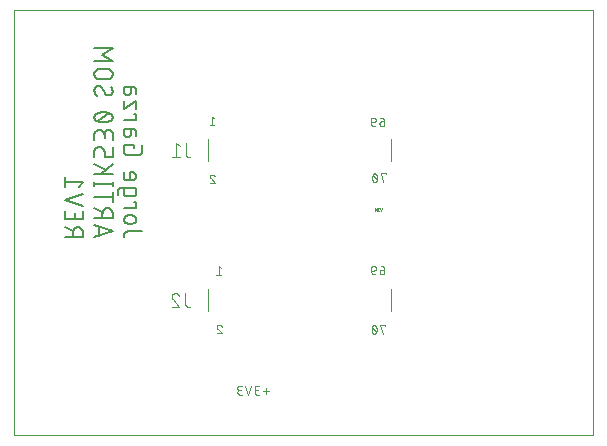
<source format=gbo>
G04 EAGLE Gerber X2 export*
%TF.Part,Single*%
%TF.FileFunction,Other,Silk screen Bottom*%
%TF.FilePolarity,Positive*%
%TF.GenerationSoftware,Autodesk,EAGLE,9.0.0*%
%TF.CreationDate,2018-08-23T05:46:31Z*%
G75*
%MOMM*%
%FSLAX34Y34*%
%LPD*%
%AMOC8*
5,1,8,0,0,1.08239X$1,22.5*%
G01*
%ADD10C,0.000000*%
%ADD11C,0.076200*%
%ADD12C,0.127000*%
%ADD13C,0.025400*%
%ADD14C,0.100000*%
%ADD15C,0.101600*%


D10*
X0Y0D02*
X490000Y0D01*
X490000Y360000D01*
X0Y360000D01*
X0Y0D01*
D11*
X169319Y268310D02*
X167273Y269947D01*
X167273Y262581D01*
X169319Y262581D02*
X165227Y262581D01*
X167468Y220848D02*
X167383Y220846D01*
X167298Y220840D01*
X167214Y220830D01*
X167130Y220817D01*
X167046Y220799D01*
X166964Y220778D01*
X166883Y220753D01*
X166803Y220724D01*
X166724Y220691D01*
X166647Y220655D01*
X166572Y220615D01*
X166498Y220572D01*
X166427Y220526D01*
X166358Y220476D01*
X166291Y220423D01*
X166227Y220367D01*
X166166Y220308D01*
X166107Y220247D01*
X166051Y220183D01*
X165998Y220116D01*
X165948Y220047D01*
X165902Y219976D01*
X165859Y219902D01*
X165819Y219827D01*
X165783Y219750D01*
X165750Y219671D01*
X165721Y219591D01*
X165696Y219510D01*
X165675Y219428D01*
X165657Y219344D01*
X165644Y219260D01*
X165634Y219176D01*
X165628Y219091D01*
X165626Y219006D01*
X167468Y220847D02*
X167564Y220845D01*
X167660Y220839D01*
X167755Y220829D01*
X167850Y220816D01*
X167945Y220798D01*
X168038Y220777D01*
X168131Y220752D01*
X168222Y220723D01*
X168313Y220691D01*
X168402Y220655D01*
X168489Y220615D01*
X168575Y220572D01*
X168659Y220526D01*
X168741Y220476D01*
X168821Y220422D01*
X168898Y220366D01*
X168973Y220306D01*
X169046Y220244D01*
X169116Y220178D01*
X169184Y220110D01*
X169249Y220039D01*
X169310Y219966D01*
X169369Y219890D01*
X169425Y219811D01*
X169477Y219731D01*
X169526Y219648D01*
X169572Y219564D01*
X169614Y219478D01*
X169652Y219390D01*
X169687Y219301D01*
X169719Y219210D01*
X166241Y217574D02*
X166181Y217633D01*
X166124Y217695D01*
X166069Y217759D01*
X166018Y217826D01*
X165969Y217895D01*
X165923Y217965D01*
X165880Y218038D01*
X165840Y218112D01*
X165804Y218188D01*
X165771Y218266D01*
X165741Y218345D01*
X165714Y218425D01*
X165691Y218506D01*
X165672Y218588D01*
X165656Y218670D01*
X165643Y218754D01*
X165634Y218838D01*
X165629Y218922D01*
X165627Y219006D01*
X166241Y217573D02*
X169719Y213481D01*
X165627Y213481D01*
X310664Y265773D02*
X313119Y265773D01*
X310664Y265773D02*
X310584Y265771D01*
X310504Y265765D01*
X310424Y265755D01*
X310345Y265742D01*
X310266Y265724D01*
X310189Y265703D01*
X310113Y265677D01*
X310038Y265648D01*
X309964Y265616D01*
X309892Y265580D01*
X309822Y265540D01*
X309755Y265497D01*
X309689Y265451D01*
X309626Y265401D01*
X309565Y265349D01*
X309506Y265294D01*
X309451Y265235D01*
X309399Y265175D01*
X309349Y265111D01*
X309303Y265045D01*
X309260Y264978D01*
X309220Y264908D01*
X309184Y264836D01*
X309152Y264762D01*
X309123Y264688D01*
X309097Y264611D01*
X309076Y264534D01*
X309058Y264455D01*
X309045Y264376D01*
X309035Y264296D01*
X309029Y264216D01*
X309027Y264136D01*
X309027Y263727D01*
X309029Y263638D01*
X309035Y263549D01*
X309045Y263460D01*
X309058Y263372D01*
X309075Y263284D01*
X309097Y263197D01*
X309122Y263112D01*
X309150Y263027D01*
X309183Y262944D01*
X309219Y262862D01*
X309258Y262782D01*
X309301Y262704D01*
X309347Y262628D01*
X309397Y262553D01*
X309450Y262481D01*
X309506Y262412D01*
X309565Y262345D01*
X309626Y262280D01*
X309691Y262219D01*
X309758Y262160D01*
X309827Y262104D01*
X309899Y262051D01*
X309974Y262001D01*
X310050Y261955D01*
X310128Y261912D01*
X310208Y261873D01*
X310290Y261837D01*
X310373Y261804D01*
X310458Y261776D01*
X310543Y261751D01*
X310630Y261729D01*
X310718Y261712D01*
X310806Y261699D01*
X310895Y261689D01*
X310984Y261683D01*
X311073Y261681D01*
X311162Y261683D01*
X311251Y261689D01*
X311340Y261699D01*
X311428Y261712D01*
X311516Y261729D01*
X311603Y261751D01*
X311688Y261776D01*
X311773Y261804D01*
X311856Y261837D01*
X311938Y261873D01*
X312018Y261912D01*
X312096Y261955D01*
X312172Y262001D01*
X312247Y262051D01*
X312319Y262104D01*
X312388Y262160D01*
X312455Y262219D01*
X312520Y262280D01*
X312581Y262345D01*
X312640Y262412D01*
X312696Y262481D01*
X312749Y262553D01*
X312799Y262628D01*
X312845Y262704D01*
X312888Y262782D01*
X312927Y262862D01*
X312963Y262944D01*
X312996Y263027D01*
X313024Y263112D01*
X313049Y263197D01*
X313071Y263284D01*
X313088Y263372D01*
X313101Y263460D01*
X313111Y263549D01*
X313117Y263638D01*
X313119Y263727D01*
X313119Y265773D01*
X313117Y265885D01*
X313111Y265996D01*
X313102Y266108D01*
X313089Y266219D01*
X313071Y266329D01*
X313051Y266439D01*
X313026Y266548D01*
X312998Y266656D01*
X312966Y266763D01*
X312930Y266869D01*
X312891Y266974D01*
X312848Y267077D01*
X312802Y267179D01*
X312752Y267279D01*
X312699Y267378D01*
X312642Y267474D01*
X312583Y267569D01*
X312520Y267661D01*
X312454Y267751D01*
X312385Y267839D01*
X312313Y267925D01*
X312238Y268008D01*
X312160Y268088D01*
X312080Y268166D01*
X311997Y268241D01*
X311911Y268313D01*
X311823Y268382D01*
X311733Y268448D01*
X311641Y268511D01*
X311546Y268570D01*
X311450Y268627D01*
X311351Y268680D01*
X311251Y268730D01*
X311149Y268776D01*
X311046Y268819D01*
X310941Y268858D01*
X310835Y268894D01*
X310728Y268926D01*
X310620Y268954D01*
X310511Y268979D01*
X310401Y268999D01*
X310291Y269017D01*
X310180Y269030D01*
X310068Y269039D01*
X309957Y269045D01*
X309845Y269047D01*
X304167Y264955D02*
X301712Y264955D01*
X304167Y264955D02*
X304245Y264957D01*
X304323Y264962D01*
X304400Y264972D01*
X304477Y264985D01*
X304553Y265001D01*
X304628Y265021D01*
X304702Y265045D01*
X304775Y265072D01*
X304847Y265103D01*
X304917Y265137D01*
X304986Y265174D01*
X305052Y265215D01*
X305117Y265259D01*
X305179Y265305D01*
X305239Y265355D01*
X305297Y265407D01*
X305352Y265462D01*
X305404Y265520D01*
X305454Y265580D01*
X305500Y265642D01*
X305544Y265707D01*
X305585Y265774D01*
X305622Y265842D01*
X305656Y265912D01*
X305687Y265984D01*
X305714Y266057D01*
X305738Y266131D01*
X305758Y266206D01*
X305774Y266282D01*
X305787Y266359D01*
X305797Y266436D01*
X305802Y266514D01*
X305804Y266592D01*
X305804Y267001D01*
X305802Y267090D01*
X305796Y267179D01*
X305786Y267268D01*
X305773Y267356D01*
X305756Y267444D01*
X305734Y267531D01*
X305709Y267616D01*
X305681Y267701D01*
X305648Y267784D01*
X305612Y267866D01*
X305573Y267946D01*
X305530Y268024D01*
X305484Y268100D01*
X305434Y268175D01*
X305381Y268247D01*
X305325Y268316D01*
X305266Y268383D01*
X305205Y268448D01*
X305140Y268509D01*
X305073Y268568D01*
X305004Y268624D01*
X304932Y268677D01*
X304857Y268727D01*
X304781Y268773D01*
X304703Y268816D01*
X304623Y268855D01*
X304541Y268891D01*
X304458Y268924D01*
X304373Y268952D01*
X304288Y268977D01*
X304201Y268999D01*
X304113Y269016D01*
X304025Y269029D01*
X303936Y269039D01*
X303847Y269045D01*
X303758Y269047D01*
X303669Y269045D01*
X303580Y269039D01*
X303491Y269029D01*
X303403Y269016D01*
X303315Y268999D01*
X303228Y268977D01*
X303143Y268952D01*
X303058Y268924D01*
X302975Y268891D01*
X302893Y268855D01*
X302813Y268816D01*
X302735Y268773D01*
X302659Y268727D01*
X302584Y268677D01*
X302512Y268624D01*
X302443Y268568D01*
X302376Y268509D01*
X302311Y268448D01*
X302250Y268383D01*
X302191Y268316D01*
X302135Y268247D01*
X302082Y268175D01*
X302032Y268100D01*
X301986Y268024D01*
X301943Y267946D01*
X301904Y267866D01*
X301868Y267784D01*
X301835Y267701D01*
X301807Y267616D01*
X301782Y267531D01*
X301760Y267444D01*
X301743Y267356D01*
X301730Y267268D01*
X301720Y267179D01*
X301714Y267090D01*
X301712Y267001D01*
X301712Y264955D01*
X301711Y264955D02*
X301713Y264843D01*
X301719Y264732D01*
X301728Y264620D01*
X301741Y264509D01*
X301759Y264399D01*
X301779Y264289D01*
X301804Y264180D01*
X301832Y264072D01*
X301864Y263965D01*
X301900Y263859D01*
X301939Y263754D01*
X301982Y263651D01*
X302028Y263549D01*
X302078Y263449D01*
X302131Y263350D01*
X302188Y263254D01*
X302247Y263159D01*
X302310Y263067D01*
X302376Y262977D01*
X302445Y262889D01*
X302517Y262803D01*
X302592Y262720D01*
X302670Y262640D01*
X302750Y262562D01*
X302833Y262487D01*
X302919Y262415D01*
X303007Y262346D01*
X303097Y262280D01*
X303189Y262217D01*
X303284Y262158D01*
X303380Y262101D01*
X303479Y262048D01*
X303579Y261998D01*
X303681Y261952D01*
X303784Y261909D01*
X303889Y261870D01*
X303995Y261834D01*
X304102Y261802D01*
X304210Y261774D01*
X304319Y261749D01*
X304429Y261729D01*
X304539Y261711D01*
X304650Y261698D01*
X304762Y261689D01*
X304873Y261683D01*
X304985Y261681D01*
X314319Y221747D02*
X314319Y220929D01*
X314319Y221747D02*
X310227Y221747D01*
X312273Y214381D01*
X307004Y218064D02*
X307002Y218217D01*
X306996Y218370D01*
X306987Y218522D01*
X306973Y218675D01*
X306956Y218827D01*
X306935Y218978D01*
X306910Y219129D01*
X306881Y219279D01*
X306849Y219429D01*
X306812Y219577D01*
X306772Y219725D01*
X306729Y219872D01*
X306681Y220017D01*
X306630Y220161D01*
X306576Y220304D01*
X306517Y220446D01*
X306456Y220585D01*
X306390Y220724D01*
X306364Y220794D01*
X306334Y220863D01*
X306302Y220931D01*
X306265Y220997D01*
X306226Y221061D01*
X306183Y221123D01*
X306138Y221182D01*
X306089Y221240D01*
X306038Y221294D01*
X305984Y221347D01*
X305927Y221396D01*
X305868Y221443D01*
X305807Y221486D01*
X305744Y221527D01*
X305679Y221564D01*
X305612Y221599D01*
X305543Y221629D01*
X305473Y221657D01*
X305402Y221680D01*
X305330Y221701D01*
X305257Y221717D01*
X305183Y221730D01*
X305108Y221740D01*
X305033Y221745D01*
X304958Y221747D01*
X304883Y221745D01*
X304808Y221740D01*
X304733Y221730D01*
X304659Y221717D01*
X304586Y221701D01*
X304514Y221680D01*
X304443Y221657D01*
X304373Y221629D01*
X304304Y221599D01*
X304237Y221564D01*
X304172Y221527D01*
X304109Y221486D01*
X304048Y221443D01*
X303989Y221396D01*
X303932Y221347D01*
X303878Y221294D01*
X303827Y221240D01*
X303779Y221182D01*
X303733Y221123D01*
X303690Y221061D01*
X303651Y220997D01*
X303615Y220931D01*
X303582Y220864D01*
X303552Y220794D01*
X303526Y220724D01*
X303461Y220586D01*
X303399Y220446D01*
X303341Y220304D01*
X303286Y220161D01*
X303235Y220017D01*
X303187Y219872D01*
X303144Y219725D01*
X303104Y219578D01*
X303067Y219429D01*
X303035Y219279D01*
X303006Y219129D01*
X302981Y218978D01*
X302960Y218827D01*
X302943Y218675D01*
X302929Y218522D01*
X302920Y218370D01*
X302914Y218217D01*
X302912Y218064D01*
X307004Y218064D02*
X307002Y217911D01*
X306996Y217758D01*
X306987Y217605D01*
X306973Y217453D01*
X306956Y217301D01*
X306935Y217150D01*
X306910Y216999D01*
X306881Y216848D01*
X306849Y216699D01*
X306812Y216550D01*
X306772Y216403D01*
X306729Y216256D01*
X306681Y216111D01*
X306630Y215966D01*
X306575Y215824D01*
X306517Y215682D01*
X306455Y215542D01*
X306390Y215404D01*
X306364Y215334D01*
X306334Y215264D01*
X306302Y215197D01*
X306265Y215131D01*
X306226Y215067D01*
X306183Y215005D01*
X306137Y214946D01*
X306089Y214888D01*
X306038Y214834D01*
X305984Y214781D01*
X305927Y214732D01*
X305868Y214685D01*
X305807Y214642D01*
X305744Y214601D01*
X305679Y214564D01*
X305612Y214529D01*
X305543Y214499D01*
X305473Y214471D01*
X305402Y214448D01*
X305330Y214427D01*
X305257Y214411D01*
X305183Y214398D01*
X305108Y214388D01*
X305033Y214383D01*
X304958Y214381D01*
X303526Y215404D02*
X303461Y215542D01*
X303399Y215682D01*
X303341Y215824D01*
X303286Y215967D01*
X303235Y216111D01*
X303187Y216256D01*
X303144Y216403D01*
X303104Y216551D01*
X303067Y216699D01*
X303035Y216849D01*
X303006Y216999D01*
X302981Y217150D01*
X302960Y217301D01*
X302943Y217453D01*
X302929Y217606D01*
X302920Y217758D01*
X302914Y217911D01*
X302912Y218064D01*
X303526Y215404D02*
X303552Y215333D01*
X303582Y215264D01*
X303615Y215197D01*
X303651Y215131D01*
X303690Y215067D01*
X303733Y215005D01*
X303779Y214946D01*
X303827Y214888D01*
X303878Y214834D01*
X303932Y214781D01*
X303989Y214732D01*
X304048Y214685D01*
X304109Y214642D01*
X304172Y214601D01*
X304237Y214564D01*
X304304Y214529D01*
X304373Y214499D01*
X304443Y214471D01*
X304514Y214448D01*
X304586Y214427D01*
X304659Y214411D01*
X304733Y214398D01*
X304808Y214388D01*
X304883Y214383D01*
X304958Y214381D01*
X306595Y216018D02*
X303321Y220110D01*
X174919Y141610D02*
X172873Y143247D01*
X172873Y135881D01*
X174919Y135881D02*
X170827Y135881D01*
X173168Y93648D02*
X173083Y93646D01*
X172998Y93640D01*
X172914Y93630D01*
X172830Y93617D01*
X172746Y93599D01*
X172664Y93578D01*
X172583Y93553D01*
X172503Y93524D01*
X172424Y93491D01*
X172347Y93455D01*
X172272Y93415D01*
X172198Y93372D01*
X172127Y93326D01*
X172058Y93276D01*
X171991Y93223D01*
X171927Y93167D01*
X171866Y93108D01*
X171807Y93047D01*
X171751Y92983D01*
X171698Y92916D01*
X171648Y92847D01*
X171602Y92776D01*
X171559Y92702D01*
X171519Y92627D01*
X171483Y92550D01*
X171450Y92471D01*
X171421Y92391D01*
X171396Y92310D01*
X171375Y92228D01*
X171357Y92144D01*
X171344Y92060D01*
X171334Y91976D01*
X171328Y91891D01*
X171326Y91806D01*
X173168Y93647D02*
X173264Y93645D01*
X173360Y93639D01*
X173455Y93629D01*
X173550Y93616D01*
X173645Y93598D01*
X173738Y93577D01*
X173831Y93552D01*
X173922Y93523D01*
X174013Y93491D01*
X174102Y93455D01*
X174189Y93415D01*
X174275Y93372D01*
X174359Y93326D01*
X174441Y93276D01*
X174521Y93222D01*
X174598Y93166D01*
X174673Y93106D01*
X174746Y93044D01*
X174816Y92978D01*
X174884Y92910D01*
X174949Y92839D01*
X175010Y92766D01*
X175069Y92690D01*
X175125Y92611D01*
X175177Y92531D01*
X175226Y92448D01*
X175272Y92364D01*
X175314Y92278D01*
X175352Y92190D01*
X175387Y92101D01*
X175419Y92010D01*
X171941Y90374D02*
X171881Y90433D01*
X171824Y90495D01*
X171769Y90559D01*
X171718Y90626D01*
X171669Y90695D01*
X171623Y90765D01*
X171580Y90838D01*
X171540Y90912D01*
X171504Y90988D01*
X171471Y91066D01*
X171441Y91145D01*
X171414Y91225D01*
X171391Y91306D01*
X171372Y91388D01*
X171356Y91470D01*
X171343Y91554D01*
X171334Y91638D01*
X171329Y91722D01*
X171327Y91806D01*
X171941Y90373D02*
X175419Y86281D01*
X171327Y86281D01*
X310764Y140373D02*
X313219Y140373D01*
X310764Y140373D02*
X310684Y140371D01*
X310604Y140365D01*
X310524Y140355D01*
X310445Y140342D01*
X310366Y140324D01*
X310289Y140303D01*
X310213Y140277D01*
X310138Y140248D01*
X310064Y140216D01*
X309992Y140180D01*
X309922Y140140D01*
X309855Y140097D01*
X309789Y140051D01*
X309726Y140001D01*
X309665Y139949D01*
X309606Y139894D01*
X309551Y139835D01*
X309499Y139775D01*
X309449Y139711D01*
X309403Y139645D01*
X309360Y139578D01*
X309320Y139508D01*
X309284Y139436D01*
X309252Y139362D01*
X309223Y139288D01*
X309197Y139211D01*
X309176Y139134D01*
X309158Y139055D01*
X309145Y138976D01*
X309135Y138896D01*
X309129Y138816D01*
X309127Y138736D01*
X309127Y138327D01*
X309129Y138238D01*
X309135Y138149D01*
X309145Y138060D01*
X309158Y137972D01*
X309175Y137884D01*
X309197Y137797D01*
X309222Y137712D01*
X309250Y137627D01*
X309283Y137544D01*
X309319Y137462D01*
X309358Y137382D01*
X309401Y137304D01*
X309447Y137228D01*
X309497Y137153D01*
X309550Y137081D01*
X309606Y137012D01*
X309665Y136945D01*
X309726Y136880D01*
X309791Y136819D01*
X309858Y136760D01*
X309927Y136704D01*
X309999Y136651D01*
X310074Y136601D01*
X310150Y136555D01*
X310228Y136512D01*
X310308Y136473D01*
X310390Y136437D01*
X310473Y136404D01*
X310558Y136376D01*
X310643Y136351D01*
X310730Y136329D01*
X310818Y136312D01*
X310906Y136299D01*
X310995Y136289D01*
X311084Y136283D01*
X311173Y136281D01*
X311262Y136283D01*
X311351Y136289D01*
X311440Y136299D01*
X311528Y136312D01*
X311616Y136329D01*
X311703Y136351D01*
X311788Y136376D01*
X311873Y136404D01*
X311956Y136437D01*
X312038Y136473D01*
X312118Y136512D01*
X312196Y136555D01*
X312272Y136601D01*
X312347Y136651D01*
X312419Y136704D01*
X312488Y136760D01*
X312555Y136819D01*
X312620Y136880D01*
X312681Y136945D01*
X312740Y137012D01*
X312796Y137081D01*
X312849Y137153D01*
X312899Y137228D01*
X312945Y137304D01*
X312988Y137382D01*
X313027Y137462D01*
X313063Y137544D01*
X313096Y137627D01*
X313124Y137712D01*
X313149Y137797D01*
X313171Y137884D01*
X313188Y137972D01*
X313201Y138060D01*
X313211Y138149D01*
X313217Y138238D01*
X313219Y138327D01*
X313219Y140373D01*
X313217Y140485D01*
X313211Y140596D01*
X313202Y140708D01*
X313189Y140819D01*
X313171Y140929D01*
X313151Y141039D01*
X313126Y141148D01*
X313098Y141256D01*
X313066Y141363D01*
X313030Y141469D01*
X312991Y141574D01*
X312948Y141677D01*
X312902Y141779D01*
X312852Y141879D01*
X312799Y141978D01*
X312742Y142074D01*
X312683Y142169D01*
X312620Y142261D01*
X312554Y142351D01*
X312485Y142439D01*
X312413Y142525D01*
X312338Y142608D01*
X312260Y142688D01*
X312180Y142766D01*
X312097Y142841D01*
X312011Y142913D01*
X311923Y142982D01*
X311833Y143048D01*
X311741Y143111D01*
X311646Y143170D01*
X311550Y143227D01*
X311451Y143280D01*
X311351Y143330D01*
X311249Y143376D01*
X311146Y143419D01*
X311041Y143458D01*
X310935Y143494D01*
X310828Y143526D01*
X310720Y143554D01*
X310611Y143579D01*
X310501Y143599D01*
X310391Y143617D01*
X310280Y143630D01*
X310168Y143639D01*
X310057Y143645D01*
X309945Y143647D01*
X304267Y139555D02*
X301812Y139555D01*
X304267Y139555D02*
X304345Y139557D01*
X304423Y139562D01*
X304500Y139572D01*
X304577Y139585D01*
X304653Y139601D01*
X304728Y139621D01*
X304802Y139645D01*
X304875Y139672D01*
X304947Y139703D01*
X305017Y139737D01*
X305086Y139774D01*
X305152Y139815D01*
X305217Y139859D01*
X305279Y139905D01*
X305339Y139955D01*
X305397Y140007D01*
X305452Y140062D01*
X305504Y140120D01*
X305554Y140180D01*
X305600Y140242D01*
X305644Y140307D01*
X305685Y140374D01*
X305722Y140442D01*
X305756Y140512D01*
X305787Y140584D01*
X305814Y140657D01*
X305838Y140731D01*
X305858Y140806D01*
X305874Y140882D01*
X305887Y140959D01*
X305897Y141036D01*
X305902Y141114D01*
X305904Y141192D01*
X305904Y141601D01*
X305902Y141690D01*
X305896Y141779D01*
X305886Y141868D01*
X305873Y141956D01*
X305856Y142044D01*
X305834Y142131D01*
X305809Y142216D01*
X305781Y142301D01*
X305748Y142384D01*
X305712Y142466D01*
X305673Y142546D01*
X305630Y142624D01*
X305584Y142700D01*
X305534Y142775D01*
X305481Y142847D01*
X305425Y142916D01*
X305366Y142983D01*
X305305Y143048D01*
X305240Y143109D01*
X305173Y143168D01*
X305104Y143224D01*
X305032Y143277D01*
X304957Y143327D01*
X304881Y143373D01*
X304803Y143416D01*
X304723Y143455D01*
X304641Y143491D01*
X304558Y143524D01*
X304473Y143552D01*
X304388Y143577D01*
X304301Y143599D01*
X304213Y143616D01*
X304125Y143629D01*
X304036Y143639D01*
X303947Y143645D01*
X303858Y143647D01*
X303769Y143645D01*
X303680Y143639D01*
X303591Y143629D01*
X303503Y143616D01*
X303415Y143599D01*
X303328Y143577D01*
X303243Y143552D01*
X303158Y143524D01*
X303075Y143491D01*
X302993Y143455D01*
X302913Y143416D01*
X302835Y143373D01*
X302759Y143327D01*
X302684Y143277D01*
X302612Y143224D01*
X302543Y143168D01*
X302476Y143109D01*
X302411Y143048D01*
X302350Y142983D01*
X302291Y142916D01*
X302235Y142847D01*
X302182Y142775D01*
X302132Y142700D01*
X302086Y142624D01*
X302043Y142546D01*
X302004Y142466D01*
X301968Y142384D01*
X301935Y142301D01*
X301907Y142216D01*
X301882Y142131D01*
X301860Y142044D01*
X301843Y141956D01*
X301830Y141868D01*
X301820Y141779D01*
X301814Y141690D01*
X301812Y141601D01*
X301812Y139555D01*
X301811Y139555D02*
X301813Y139443D01*
X301819Y139332D01*
X301828Y139220D01*
X301841Y139109D01*
X301859Y138999D01*
X301879Y138889D01*
X301904Y138780D01*
X301932Y138672D01*
X301964Y138565D01*
X302000Y138459D01*
X302039Y138354D01*
X302082Y138251D01*
X302128Y138149D01*
X302178Y138049D01*
X302231Y137950D01*
X302288Y137854D01*
X302347Y137759D01*
X302410Y137667D01*
X302476Y137577D01*
X302545Y137489D01*
X302617Y137403D01*
X302692Y137320D01*
X302770Y137240D01*
X302850Y137162D01*
X302933Y137087D01*
X303019Y137015D01*
X303107Y136946D01*
X303197Y136880D01*
X303289Y136817D01*
X303384Y136758D01*
X303480Y136701D01*
X303579Y136648D01*
X303679Y136598D01*
X303781Y136552D01*
X303884Y136509D01*
X303989Y136470D01*
X304095Y136434D01*
X304202Y136402D01*
X304310Y136374D01*
X304419Y136349D01*
X304529Y136329D01*
X304639Y136311D01*
X304750Y136298D01*
X304862Y136289D01*
X304973Y136283D01*
X305085Y136281D01*
X313919Y93347D02*
X313919Y92529D01*
X313919Y93347D02*
X309827Y93347D01*
X311873Y85981D01*
X306604Y89664D02*
X306602Y89817D01*
X306596Y89970D01*
X306587Y90122D01*
X306573Y90275D01*
X306556Y90427D01*
X306535Y90578D01*
X306510Y90729D01*
X306481Y90879D01*
X306449Y91029D01*
X306412Y91177D01*
X306372Y91325D01*
X306329Y91472D01*
X306281Y91617D01*
X306230Y91761D01*
X306176Y91904D01*
X306117Y92046D01*
X306056Y92185D01*
X305990Y92324D01*
X305964Y92394D01*
X305934Y92463D01*
X305902Y92531D01*
X305865Y92597D01*
X305826Y92661D01*
X305783Y92723D01*
X305738Y92782D01*
X305689Y92840D01*
X305638Y92894D01*
X305584Y92947D01*
X305527Y92996D01*
X305468Y93043D01*
X305407Y93086D01*
X305344Y93127D01*
X305279Y93164D01*
X305212Y93199D01*
X305143Y93229D01*
X305073Y93257D01*
X305002Y93280D01*
X304930Y93301D01*
X304857Y93317D01*
X304783Y93330D01*
X304708Y93340D01*
X304633Y93345D01*
X304558Y93347D01*
X304483Y93345D01*
X304408Y93340D01*
X304333Y93330D01*
X304259Y93317D01*
X304186Y93301D01*
X304114Y93280D01*
X304043Y93257D01*
X303973Y93229D01*
X303904Y93199D01*
X303837Y93164D01*
X303772Y93127D01*
X303709Y93086D01*
X303648Y93043D01*
X303589Y92996D01*
X303532Y92947D01*
X303478Y92894D01*
X303427Y92840D01*
X303379Y92782D01*
X303333Y92723D01*
X303290Y92661D01*
X303251Y92597D01*
X303215Y92531D01*
X303182Y92464D01*
X303152Y92394D01*
X303126Y92324D01*
X303061Y92186D01*
X302999Y92046D01*
X302941Y91904D01*
X302886Y91761D01*
X302835Y91617D01*
X302787Y91472D01*
X302744Y91325D01*
X302704Y91178D01*
X302667Y91029D01*
X302635Y90879D01*
X302606Y90729D01*
X302581Y90578D01*
X302560Y90427D01*
X302543Y90275D01*
X302529Y90122D01*
X302520Y89970D01*
X302514Y89817D01*
X302512Y89664D01*
X306604Y89664D02*
X306602Y89511D01*
X306596Y89358D01*
X306587Y89205D01*
X306573Y89053D01*
X306556Y88901D01*
X306535Y88750D01*
X306510Y88599D01*
X306481Y88448D01*
X306449Y88299D01*
X306412Y88150D01*
X306372Y88003D01*
X306329Y87856D01*
X306281Y87711D01*
X306230Y87566D01*
X306175Y87424D01*
X306117Y87282D01*
X306055Y87142D01*
X305990Y87004D01*
X305964Y86934D01*
X305934Y86864D01*
X305902Y86797D01*
X305865Y86731D01*
X305826Y86667D01*
X305783Y86605D01*
X305737Y86546D01*
X305689Y86488D01*
X305638Y86434D01*
X305584Y86381D01*
X305527Y86332D01*
X305468Y86285D01*
X305407Y86242D01*
X305344Y86201D01*
X305279Y86164D01*
X305212Y86129D01*
X305143Y86099D01*
X305073Y86071D01*
X305002Y86048D01*
X304930Y86027D01*
X304857Y86011D01*
X304783Y85998D01*
X304708Y85988D01*
X304633Y85983D01*
X304558Y85981D01*
X303126Y87004D02*
X303061Y87142D01*
X302999Y87282D01*
X302941Y87424D01*
X302886Y87567D01*
X302835Y87711D01*
X302787Y87856D01*
X302744Y88003D01*
X302704Y88151D01*
X302667Y88299D01*
X302635Y88449D01*
X302606Y88599D01*
X302581Y88750D01*
X302560Y88901D01*
X302543Y89053D01*
X302529Y89206D01*
X302520Y89358D01*
X302514Y89511D01*
X302512Y89664D01*
X303126Y87004D02*
X303152Y86933D01*
X303182Y86864D01*
X303215Y86797D01*
X303251Y86731D01*
X303290Y86667D01*
X303333Y86605D01*
X303379Y86546D01*
X303427Y86488D01*
X303478Y86434D01*
X303532Y86381D01*
X303589Y86332D01*
X303648Y86285D01*
X303709Y86242D01*
X303772Y86201D01*
X303837Y86164D01*
X303904Y86129D01*
X303973Y86099D01*
X304043Y86071D01*
X304114Y86048D01*
X304186Y86027D01*
X304259Y86011D01*
X304333Y85998D01*
X304408Y85988D01*
X304483Y85983D01*
X304558Y85981D01*
X306195Y87618D02*
X302921Y91710D01*
D12*
X108265Y172789D02*
X96214Y172789D01*
X96099Y172787D01*
X95984Y172781D01*
X95869Y172772D01*
X95755Y172758D01*
X95641Y172741D01*
X95528Y172720D01*
X95416Y172695D01*
X95304Y172667D01*
X95194Y172634D01*
X95085Y172598D01*
X94977Y172559D01*
X94870Y172516D01*
X94765Y172469D01*
X94661Y172419D01*
X94559Y172365D01*
X94459Y172308D01*
X94361Y172248D01*
X94265Y172185D01*
X94172Y172118D01*
X94080Y172048D01*
X93991Y171975D01*
X93904Y171900D01*
X93820Y171821D01*
X93739Y171740D01*
X93660Y171656D01*
X93585Y171569D01*
X93512Y171480D01*
X93442Y171388D01*
X93375Y171295D01*
X93312Y171199D01*
X93252Y171101D01*
X93195Y171001D01*
X93141Y170899D01*
X93091Y170795D01*
X93044Y170690D01*
X93001Y170583D01*
X92962Y170475D01*
X92926Y170366D01*
X92893Y170256D01*
X92865Y170144D01*
X92840Y170032D01*
X92819Y169919D01*
X92802Y169805D01*
X92788Y169691D01*
X92779Y169576D01*
X92773Y169461D01*
X92771Y169346D01*
X92771Y167625D01*
X96214Y179361D02*
X99657Y179361D01*
X99773Y179363D01*
X99889Y179369D01*
X100005Y179379D01*
X100121Y179392D01*
X100236Y179410D01*
X100350Y179431D01*
X100464Y179457D01*
X100576Y179486D01*
X100688Y179519D01*
X100798Y179556D01*
X100907Y179596D01*
X101015Y179640D01*
X101121Y179688D01*
X101225Y179739D01*
X101328Y179794D01*
X101429Y179852D01*
X101527Y179913D01*
X101624Y179978D01*
X101718Y180046D01*
X101810Y180117D01*
X101900Y180192D01*
X101987Y180269D01*
X102071Y180349D01*
X102152Y180432D01*
X102231Y180518D01*
X102307Y180606D01*
X102380Y180697D01*
X102449Y180790D01*
X102516Y180885D01*
X102579Y180983D01*
X102639Y181082D01*
X102695Y181184D01*
X102748Y181288D01*
X102798Y181393D01*
X102843Y181500D01*
X102886Y181608D01*
X102924Y181718D01*
X102959Y181829D01*
X102990Y181941D01*
X103017Y182054D01*
X103041Y182168D01*
X103060Y182283D01*
X103076Y182398D01*
X103088Y182514D01*
X103096Y182630D01*
X103100Y182746D01*
X103100Y182862D01*
X103096Y182978D01*
X103088Y183094D01*
X103076Y183210D01*
X103060Y183325D01*
X103041Y183440D01*
X103017Y183554D01*
X102990Y183667D01*
X102959Y183779D01*
X102924Y183890D01*
X102886Y184000D01*
X102843Y184108D01*
X102798Y184215D01*
X102748Y184320D01*
X102695Y184424D01*
X102639Y184525D01*
X102579Y184625D01*
X102516Y184723D01*
X102449Y184818D01*
X102380Y184911D01*
X102307Y185002D01*
X102231Y185090D01*
X102152Y185176D01*
X102071Y185259D01*
X101987Y185339D01*
X101900Y185416D01*
X101810Y185491D01*
X101718Y185562D01*
X101624Y185630D01*
X101527Y185695D01*
X101429Y185756D01*
X101328Y185814D01*
X101225Y185869D01*
X101121Y185920D01*
X101015Y185968D01*
X100907Y186012D01*
X100798Y186052D01*
X100688Y186089D01*
X100576Y186122D01*
X100464Y186151D01*
X100350Y186177D01*
X100236Y186198D01*
X100121Y186216D01*
X100005Y186229D01*
X99889Y186239D01*
X99773Y186245D01*
X99657Y186247D01*
X96214Y186247D01*
X96098Y186245D01*
X95982Y186239D01*
X95866Y186229D01*
X95750Y186216D01*
X95635Y186198D01*
X95521Y186177D01*
X95407Y186151D01*
X95295Y186122D01*
X95183Y186089D01*
X95073Y186052D01*
X94964Y186012D01*
X94856Y185968D01*
X94750Y185920D01*
X94646Y185869D01*
X94543Y185814D01*
X94442Y185756D01*
X94344Y185695D01*
X94247Y185630D01*
X94153Y185562D01*
X94061Y185491D01*
X93971Y185416D01*
X93884Y185339D01*
X93800Y185259D01*
X93719Y185176D01*
X93640Y185090D01*
X93564Y185002D01*
X93491Y184911D01*
X93422Y184818D01*
X93355Y184723D01*
X93292Y184625D01*
X93232Y184526D01*
X93176Y184424D01*
X93123Y184320D01*
X93073Y184215D01*
X93028Y184108D01*
X92985Y184000D01*
X92947Y183890D01*
X92912Y183779D01*
X92881Y183667D01*
X92854Y183554D01*
X92830Y183440D01*
X92811Y183325D01*
X92795Y183210D01*
X92783Y183094D01*
X92775Y182978D01*
X92771Y182862D01*
X92771Y182746D01*
X92775Y182630D01*
X92783Y182514D01*
X92795Y182398D01*
X92811Y182283D01*
X92830Y182168D01*
X92854Y182054D01*
X92881Y181941D01*
X92912Y181829D01*
X92947Y181718D01*
X92985Y181608D01*
X93028Y181500D01*
X93073Y181393D01*
X93123Y181288D01*
X93176Y181184D01*
X93232Y181083D01*
X93292Y180983D01*
X93355Y180885D01*
X93422Y180790D01*
X93491Y180697D01*
X93564Y180606D01*
X93640Y180518D01*
X93719Y180432D01*
X93800Y180349D01*
X93884Y180269D01*
X93971Y180192D01*
X94061Y180117D01*
X94153Y180046D01*
X94247Y179978D01*
X94344Y179913D01*
X94442Y179852D01*
X94543Y179794D01*
X94646Y179739D01*
X94750Y179688D01*
X94856Y179640D01*
X94964Y179596D01*
X95073Y179556D01*
X95183Y179519D01*
X95295Y179486D01*
X95407Y179457D01*
X95521Y179431D01*
X95635Y179410D01*
X95750Y179392D01*
X95866Y179379D01*
X95982Y179369D01*
X96098Y179363D01*
X96214Y179361D01*
X92771Y192819D02*
X103100Y192819D01*
X103100Y197983D01*
X101379Y197983D01*
X92771Y205164D02*
X92771Y209468D01*
X92771Y205164D02*
X92773Y205065D01*
X92779Y204966D01*
X92788Y204868D01*
X92801Y204770D01*
X92818Y204672D01*
X92839Y204576D01*
X92863Y204480D01*
X92891Y204385D01*
X92923Y204291D01*
X92958Y204199D01*
X92997Y204108D01*
X93039Y204018D01*
X93085Y203931D01*
X93134Y203845D01*
X93186Y203761D01*
X93241Y203679D01*
X93300Y203599D01*
X93361Y203521D01*
X93425Y203446D01*
X93493Y203374D01*
X93563Y203304D01*
X93635Y203236D01*
X93710Y203172D01*
X93788Y203111D01*
X93868Y203052D01*
X93950Y202997D01*
X94034Y202945D01*
X94120Y202896D01*
X94207Y202850D01*
X94297Y202808D01*
X94388Y202769D01*
X94480Y202734D01*
X94574Y202702D01*
X94669Y202674D01*
X94765Y202650D01*
X94861Y202629D01*
X94959Y202612D01*
X95057Y202599D01*
X95155Y202590D01*
X95254Y202584D01*
X95353Y202582D01*
X100518Y202582D01*
X100617Y202584D01*
X100716Y202590D01*
X100814Y202599D01*
X100912Y202612D01*
X101010Y202629D01*
X101106Y202650D01*
X101202Y202674D01*
X101297Y202702D01*
X101391Y202734D01*
X101483Y202769D01*
X101574Y202808D01*
X101664Y202850D01*
X101751Y202896D01*
X101837Y202945D01*
X101921Y202997D01*
X102003Y203052D01*
X102083Y203111D01*
X102161Y203172D01*
X102236Y203236D01*
X102308Y203304D01*
X102378Y203374D01*
X102446Y203446D01*
X102510Y203521D01*
X102571Y203599D01*
X102630Y203679D01*
X102685Y203761D01*
X102737Y203845D01*
X102786Y203931D01*
X102832Y204018D01*
X102874Y204108D01*
X102913Y204199D01*
X102948Y204291D01*
X102980Y204385D01*
X103008Y204480D01*
X103032Y204576D01*
X103053Y204672D01*
X103070Y204770D01*
X103083Y204868D01*
X103092Y204966D01*
X103098Y205065D01*
X103100Y205164D01*
X103100Y209468D01*
X90189Y209468D01*
X90088Y209466D01*
X89986Y209460D01*
X89886Y209450D01*
X89785Y209436D01*
X89685Y209418D01*
X89586Y209397D01*
X89488Y209371D01*
X89391Y209342D01*
X89295Y209308D01*
X89201Y209271D01*
X89108Y209231D01*
X89017Y209187D01*
X88927Y209139D01*
X88840Y209088D01*
X88755Y209033D01*
X88671Y208975D01*
X88591Y208914D01*
X88512Y208849D01*
X88436Y208782D01*
X88363Y208712D01*
X88293Y208639D01*
X88226Y208563D01*
X88161Y208485D01*
X88100Y208404D01*
X88042Y208320D01*
X87987Y208235D01*
X87936Y208148D01*
X87888Y208058D01*
X87844Y207967D01*
X87804Y207874D01*
X87767Y207780D01*
X87733Y207684D01*
X87704Y207587D01*
X87678Y207489D01*
X87657Y207390D01*
X87639Y207290D01*
X87625Y207190D01*
X87615Y207089D01*
X87609Y206987D01*
X87607Y206886D01*
X87606Y206886D02*
X87606Y203443D01*
X92771Y218612D02*
X92771Y222916D01*
X92771Y218612D02*
X92773Y218513D01*
X92779Y218414D01*
X92788Y218316D01*
X92801Y218218D01*
X92818Y218120D01*
X92839Y218024D01*
X92863Y217928D01*
X92891Y217833D01*
X92923Y217739D01*
X92958Y217647D01*
X92997Y217556D01*
X93039Y217466D01*
X93085Y217379D01*
X93134Y217293D01*
X93186Y217209D01*
X93241Y217127D01*
X93300Y217047D01*
X93361Y216969D01*
X93425Y216894D01*
X93493Y216822D01*
X93563Y216752D01*
X93635Y216684D01*
X93710Y216620D01*
X93788Y216559D01*
X93868Y216500D01*
X93950Y216445D01*
X94034Y216393D01*
X94120Y216344D01*
X94207Y216298D01*
X94297Y216256D01*
X94388Y216217D01*
X94480Y216182D01*
X94574Y216150D01*
X94669Y216122D01*
X94765Y216098D01*
X94861Y216077D01*
X94959Y216060D01*
X95057Y216047D01*
X95155Y216038D01*
X95254Y216032D01*
X95353Y216030D01*
X99657Y216030D01*
X99773Y216032D01*
X99889Y216038D01*
X100005Y216048D01*
X100121Y216061D01*
X100236Y216079D01*
X100350Y216100D01*
X100464Y216126D01*
X100576Y216155D01*
X100688Y216188D01*
X100798Y216225D01*
X100907Y216265D01*
X101015Y216309D01*
X101121Y216357D01*
X101225Y216408D01*
X101328Y216463D01*
X101429Y216521D01*
X101527Y216582D01*
X101624Y216647D01*
X101718Y216715D01*
X101810Y216786D01*
X101900Y216861D01*
X101987Y216938D01*
X102071Y217018D01*
X102152Y217101D01*
X102231Y217187D01*
X102307Y217275D01*
X102380Y217366D01*
X102449Y217459D01*
X102516Y217554D01*
X102579Y217652D01*
X102639Y217751D01*
X102695Y217853D01*
X102748Y217957D01*
X102798Y218062D01*
X102843Y218169D01*
X102886Y218277D01*
X102924Y218387D01*
X102959Y218498D01*
X102990Y218610D01*
X103017Y218723D01*
X103041Y218837D01*
X103060Y218952D01*
X103076Y219067D01*
X103088Y219183D01*
X103096Y219299D01*
X103100Y219415D01*
X103100Y219531D01*
X103096Y219647D01*
X103088Y219763D01*
X103076Y219879D01*
X103060Y219994D01*
X103041Y220109D01*
X103017Y220223D01*
X102990Y220336D01*
X102959Y220448D01*
X102924Y220559D01*
X102886Y220669D01*
X102843Y220777D01*
X102798Y220884D01*
X102748Y220989D01*
X102695Y221093D01*
X102639Y221194D01*
X102579Y221294D01*
X102516Y221392D01*
X102449Y221487D01*
X102380Y221580D01*
X102307Y221671D01*
X102231Y221759D01*
X102152Y221845D01*
X102071Y221928D01*
X101987Y222008D01*
X101900Y222085D01*
X101810Y222160D01*
X101718Y222231D01*
X101624Y222299D01*
X101527Y222364D01*
X101429Y222425D01*
X101328Y222483D01*
X101225Y222538D01*
X101121Y222589D01*
X101015Y222637D01*
X100907Y222681D01*
X100798Y222721D01*
X100688Y222758D01*
X100576Y222791D01*
X100464Y222820D01*
X100350Y222846D01*
X100236Y222867D01*
X100121Y222885D01*
X100005Y222898D01*
X99889Y222908D01*
X99773Y222914D01*
X99657Y222916D01*
X97936Y222916D01*
X97936Y216030D01*
X101379Y243493D02*
X101379Y246075D01*
X92771Y246075D01*
X92771Y240911D01*
X92773Y240796D01*
X92779Y240681D01*
X92788Y240566D01*
X92802Y240452D01*
X92819Y240338D01*
X92840Y240225D01*
X92865Y240113D01*
X92893Y240001D01*
X92926Y239891D01*
X92962Y239782D01*
X93001Y239674D01*
X93044Y239567D01*
X93091Y239462D01*
X93141Y239358D01*
X93195Y239256D01*
X93252Y239156D01*
X93312Y239058D01*
X93375Y238962D01*
X93442Y238869D01*
X93512Y238777D01*
X93585Y238688D01*
X93660Y238601D01*
X93739Y238517D01*
X93820Y238436D01*
X93904Y238357D01*
X93991Y238282D01*
X94080Y238209D01*
X94172Y238139D01*
X94265Y238072D01*
X94361Y238009D01*
X94459Y237949D01*
X94559Y237892D01*
X94661Y237838D01*
X94765Y237788D01*
X94870Y237741D01*
X94977Y237698D01*
X95085Y237659D01*
X95194Y237623D01*
X95304Y237590D01*
X95416Y237562D01*
X95528Y237537D01*
X95641Y237516D01*
X95755Y237499D01*
X95869Y237485D01*
X95984Y237476D01*
X96099Y237470D01*
X96214Y237468D01*
X104822Y237468D01*
X104937Y237470D01*
X105052Y237476D01*
X105167Y237485D01*
X105281Y237499D01*
X105395Y237516D01*
X105508Y237537D01*
X105620Y237562D01*
X105732Y237590D01*
X105842Y237623D01*
X105951Y237659D01*
X106059Y237698D01*
X106166Y237741D01*
X106271Y237788D01*
X106375Y237838D01*
X106477Y237892D01*
X106577Y237949D01*
X106675Y238009D01*
X106771Y238072D01*
X106864Y238139D01*
X106956Y238209D01*
X107045Y238282D01*
X107132Y238357D01*
X107216Y238436D01*
X107297Y238517D01*
X107375Y238601D01*
X107451Y238688D01*
X107524Y238777D01*
X107594Y238869D01*
X107661Y238962D01*
X107724Y239058D01*
X107784Y239156D01*
X107841Y239256D01*
X107895Y239358D01*
X107945Y239462D01*
X107992Y239567D01*
X108035Y239674D01*
X108074Y239782D01*
X108110Y239891D01*
X108143Y240001D01*
X108171Y240113D01*
X108196Y240225D01*
X108217Y240338D01*
X108234Y240452D01*
X108248Y240566D01*
X108257Y240681D01*
X108263Y240796D01*
X108265Y240911D01*
X108265Y246075D01*
X98796Y255643D02*
X98796Y259516D01*
X98797Y255643D02*
X98795Y255534D01*
X98789Y255426D01*
X98779Y255317D01*
X98766Y255209D01*
X98748Y255102D01*
X98727Y254995D01*
X98701Y254889D01*
X98672Y254785D01*
X98639Y254681D01*
X98603Y254578D01*
X98562Y254477D01*
X98519Y254378D01*
X98471Y254280D01*
X98420Y254184D01*
X98366Y254090D01*
X98308Y253997D01*
X98247Y253907D01*
X98183Y253820D01*
X98115Y253734D01*
X98045Y253651D01*
X97971Y253571D01*
X97895Y253493D01*
X97816Y253419D01*
X97735Y253347D01*
X97650Y253278D01*
X97564Y253212D01*
X97475Y253149D01*
X97384Y253090D01*
X97290Y253034D01*
X97195Y252981D01*
X97098Y252932D01*
X97000Y252886D01*
X96899Y252844D01*
X96797Y252806D01*
X96694Y252771D01*
X96590Y252740D01*
X96485Y252713D01*
X96378Y252689D01*
X96271Y252670D01*
X96164Y252654D01*
X96056Y252642D01*
X95947Y252634D01*
X95838Y252630D01*
X95730Y252630D01*
X95621Y252634D01*
X95512Y252642D01*
X95404Y252654D01*
X95297Y252670D01*
X95190Y252689D01*
X95083Y252713D01*
X94978Y252740D01*
X94874Y252771D01*
X94771Y252806D01*
X94669Y252844D01*
X94568Y252886D01*
X94470Y252932D01*
X94373Y252981D01*
X94277Y253034D01*
X94184Y253090D01*
X94093Y253149D01*
X94004Y253212D01*
X93918Y253278D01*
X93833Y253347D01*
X93752Y253419D01*
X93673Y253493D01*
X93597Y253571D01*
X93523Y253651D01*
X93453Y253734D01*
X93385Y253820D01*
X93321Y253907D01*
X93260Y253997D01*
X93202Y254090D01*
X93148Y254184D01*
X93097Y254280D01*
X93049Y254378D01*
X93006Y254477D01*
X92965Y254578D01*
X92929Y254681D01*
X92896Y254785D01*
X92867Y254889D01*
X92841Y254995D01*
X92820Y255102D01*
X92802Y255209D01*
X92789Y255317D01*
X92779Y255426D01*
X92773Y255534D01*
X92771Y255643D01*
X92771Y259516D01*
X100518Y259516D01*
X100617Y259514D01*
X100716Y259508D01*
X100814Y259499D01*
X100912Y259486D01*
X101010Y259469D01*
X101106Y259448D01*
X101202Y259424D01*
X101297Y259396D01*
X101391Y259364D01*
X101483Y259329D01*
X101574Y259290D01*
X101664Y259248D01*
X101751Y259202D01*
X101837Y259153D01*
X101921Y259101D01*
X102003Y259046D01*
X102083Y258987D01*
X102161Y258926D01*
X102236Y258862D01*
X102308Y258794D01*
X102378Y258724D01*
X102446Y258652D01*
X102510Y258577D01*
X102571Y258499D01*
X102630Y258419D01*
X102685Y258337D01*
X102737Y258253D01*
X102786Y258167D01*
X102832Y258080D01*
X102874Y257990D01*
X102913Y257899D01*
X102948Y257807D01*
X102980Y257713D01*
X103008Y257618D01*
X103032Y257522D01*
X103053Y257426D01*
X103070Y257328D01*
X103083Y257230D01*
X103092Y257132D01*
X103098Y257033D01*
X103100Y256934D01*
X103100Y253491D01*
X103100Y266652D02*
X92771Y266652D01*
X103100Y266652D02*
X103100Y271817D01*
X101379Y271817D01*
X103100Y275988D02*
X103100Y282875D01*
X92771Y275988D01*
X92771Y282875D01*
X98796Y291321D02*
X98796Y295194D01*
X98797Y291321D02*
X98795Y291212D01*
X98789Y291104D01*
X98779Y290995D01*
X98766Y290887D01*
X98748Y290780D01*
X98727Y290673D01*
X98701Y290567D01*
X98672Y290463D01*
X98639Y290359D01*
X98603Y290256D01*
X98562Y290155D01*
X98519Y290056D01*
X98471Y289958D01*
X98420Y289862D01*
X98366Y289768D01*
X98308Y289675D01*
X98247Y289585D01*
X98183Y289498D01*
X98115Y289412D01*
X98045Y289329D01*
X97971Y289249D01*
X97895Y289171D01*
X97816Y289097D01*
X97735Y289025D01*
X97650Y288956D01*
X97564Y288890D01*
X97475Y288827D01*
X97384Y288768D01*
X97290Y288712D01*
X97195Y288659D01*
X97098Y288610D01*
X97000Y288564D01*
X96899Y288522D01*
X96797Y288484D01*
X96694Y288449D01*
X96590Y288418D01*
X96485Y288391D01*
X96378Y288367D01*
X96271Y288348D01*
X96164Y288332D01*
X96056Y288320D01*
X95947Y288312D01*
X95838Y288308D01*
X95730Y288308D01*
X95621Y288312D01*
X95512Y288320D01*
X95404Y288332D01*
X95297Y288348D01*
X95190Y288367D01*
X95083Y288391D01*
X94978Y288418D01*
X94874Y288449D01*
X94771Y288484D01*
X94669Y288522D01*
X94568Y288564D01*
X94470Y288610D01*
X94373Y288659D01*
X94277Y288712D01*
X94184Y288768D01*
X94093Y288827D01*
X94004Y288890D01*
X93918Y288956D01*
X93833Y289025D01*
X93752Y289097D01*
X93673Y289171D01*
X93597Y289249D01*
X93523Y289329D01*
X93453Y289412D01*
X93385Y289498D01*
X93321Y289585D01*
X93260Y289675D01*
X93202Y289768D01*
X93148Y289862D01*
X93097Y289958D01*
X93049Y290056D01*
X93006Y290155D01*
X92965Y290256D01*
X92929Y290359D01*
X92896Y290463D01*
X92867Y290567D01*
X92841Y290673D01*
X92820Y290780D01*
X92802Y290887D01*
X92789Y290995D01*
X92779Y291104D01*
X92773Y291212D01*
X92771Y291321D01*
X92771Y295194D01*
X100518Y295194D01*
X100617Y295192D01*
X100716Y295186D01*
X100814Y295177D01*
X100912Y295164D01*
X101010Y295147D01*
X101106Y295126D01*
X101202Y295102D01*
X101297Y295074D01*
X101391Y295042D01*
X101483Y295007D01*
X101574Y294968D01*
X101664Y294926D01*
X101751Y294880D01*
X101837Y294831D01*
X101921Y294779D01*
X102003Y294724D01*
X102083Y294665D01*
X102161Y294604D01*
X102236Y294540D01*
X102308Y294472D01*
X102378Y294402D01*
X102446Y294330D01*
X102510Y294255D01*
X102571Y294177D01*
X102630Y294097D01*
X102685Y294015D01*
X102737Y293931D01*
X102786Y293845D01*
X102832Y293758D01*
X102874Y293668D01*
X102913Y293577D01*
X102948Y293485D01*
X102980Y293391D01*
X103008Y293296D01*
X103032Y293200D01*
X103053Y293104D01*
X103070Y293006D01*
X103083Y292908D01*
X103092Y292810D01*
X103098Y292711D01*
X103100Y292612D01*
X103100Y289169D01*
X83119Y172789D02*
X67625Y167625D01*
X67625Y177954D02*
X83119Y172789D01*
X71499Y176663D02*
X71499Y168916D01*
X67625Y183932D02*
X83119Y183932D01*
X83119Y188236D01*
X83117Y188366D01*
X83111Y188496D01*
X83101Y188626D01*
X83088Y188755D01*
X83070Y188884D01*
X83049Y189012D01*
X83023Y189139D01*
X82994Y189266D01*
X82961Y189392D01*
X82924Y189516D01*
X82884Y189640D01*
X82839Y189762D01*
X82791Y189883D01*
X82740Y190002D01*
X82685Y190120D01*
X82626Y190236D01*
X82564Y190350D01*
X82498Y190463D01*
X82429Y190573D01*
X82357Y190681D01*
X82282Y190787D01*
X82203Y190890D01*
X82121Y190991D01*
X82037Y191090D01*
X81949Y191186D01*
X81858Y191279D01*
X81765Y191370D01*
X81669Y191458D01*
X81570Y191542D01*
X81469Y191624D01*
X81366Y191703D01*
X81260Y191778D01*
X81152Y191850D01*
X81042Y191919D01*
X80929Y191985D01*
X80815Y192047D01*
X80699Y192106D01*
X80581Y192161D01*
X80462Y192212D01*
X80341Y192260D01*
X80219Y192305D01*
X80095Y192345D01*
X79971Y192382D01*
X79845Y192415D01*
X79718Y192444D01*
X79591Y192470D01*
X79463Y192491D01*
X79334Y192509D01*
X79205Y192522D01*
X79075Y192532D01*
X78945Y192538D01*
X78815Y192540D01*
X78685Y192538D01*
X78555Y192532D01*
X78425Y192522D01*
X78296Y192509D01*
X78167Y192491D01*
X78039Y192470D01*
X77912Y192444D01*
X77785Y192415D01*
X77659Y192382D01*
X77535Y192345D01*
X77411Y192305D01*
X77289Y192260D01*
X77168Y192212D01*
X77049Y192161D01*
X76931Y192106D01*
X76815Y192047D01*
X76701Y191985D01*
X76588Y191919D01*
X76478Y191850D01*
X76370Y191778D01*
X76264Y191703D01*
X76161Y191624D01*
X76060Y191542D01*
X75961Y191458D01*
X75865Y191370D01*
X75772Y191279D01*
X75681Y191186D01*
X75593Y191090D01*
X75509Y190991D01*
X75427Y190890D01*
X75348Y190787D01*
X75273Y190681D01*
X75201Y190573D01*
X75132Y190463D01*
X75066Y190350D01*
X75004Y190236D01*
X74945Y190120D01*
X74890Y190002D01*
X74839Y189883D01*
X74791Y189762D01*
X74746Y189640D01*
X74706Y189516D01*
X74669Y189392D01*
X74636Y189266D01*
X74607Y189139D01*
X74581Y189012D01*
X74560Y188884D01*
X74542Y188755D01*
X74529Y188626D01*
X74519Y188496D01*
X74513Y188366D01*
X74511Y188236D01*
X74511Y183932D01*
X74511Y189097D02*
X67625Y192540D01*
X67625Y202026D02*
X83119Y202026D01*
X83119Y206329D02*
X83119Y197722D01*
X83119Y212927D02*
X67625Y212927D01*
X67625Y211206D02*
X67625Y214649D01*
X83119Y214649D02*
X83119Y211206D01*
X83119Y221208D02*
X67625Y221208D01*
X73650Y221208D02*
X83119Y229816D01*
X77094Y224651D02*
X67625Y229816D01*
X67625Y235382D02*
X67625Y240546D01*
X67627Y240661D01*
X67633Y240776D01*
X67642Y240891D01*
X67656Y241005D01*
X67673Y241119D01*
X67694Y241232D01*
X67719Y241344D01*
X67747Y241456D01*
X67780Y241566D01*
X67816Y241675D01*
X67855Y241783D01*
X67898Y241890D01*
X67945Y241995D01*
X67995Y242099D01*
X68049Y242201D01*
X68106Y242301D01*
X68166Y242399D01*
X68229Y242495D01*
X68296Y242588D01*
X68366Y242680D01*
X68439Y242769D01*
X68515Y242856D01*
X68593Y242940D01*
X68674Y243021D01*
X68759Y243100D01*
X68845Y243175D01*
X68934Y243248D01*
X69026Y243318D01*
X69119Y243385D01*
X69215Y243448D01*
X69313Y243508D01*
X69413Y243565D01*
X69515Y243619D01*
X69619Y243669D01*
X69724Y243716D01*
X69831Y243759D01*
X69939Y243799D01*
X70048Y243834D01*
X70158Y243867D01*
X70270Y243895D01*
X70382Y243920D01*
X70495Y243941D01*
X70609Y243958D01*
X70723Y243972D01*
X70838Y243981D01*
X70953Y243987D01*
X71068Y243989D01*
X72790Y243989D01*
X72905Y243987D01*
X73020Y243981D01*
X73135Y243972D01*
X73249Y243958D01*
X73363Y243941D01*
X73476Y243920D01*
X73588Y243895D01*
X73700Y243867D01*
X73810Y243834D01*
X73919Y243798D01*
X74027Y243759D01*
X74134Y243716D01*
X74239Y243669D01*
X74343Y243619D01*
X74445Y243565D01*
X74545Y243508D01*
X74643Y243448D01*
X74739Y243385D01*
X74832Y243318D01*
X74924Y243248D01*
X75013Y243175D01*
X75100Y243100D01*
X75184Y243021D01*
X75265Y242940D01*
X75344Y242856D01*
X75419Y242769D01*
X75492Y242680D01*
X75562Y242588D01*
X75629Y242495D01*
X75692Y242399D01*
X75752Y242301D01*
X75809Y242201D01*
X75863Y242099D01*
X75913Y241995D01*
X75960Y241890D01*
X76003Y241783D01*
X76042Y241675D01*
X76078Y241566D01*
X76111Y241456D01*
X76139Y241344D01*
X76164Y241232D01*
X76185Y241119D01*
X76202Y241005D01*
X76216Y240891D01*
X76225Y240776D01*
X76231Y240661D01*
X76233Y240546D01*
X76233Y235382D01*
X83119Y235382D01*
X83119Y243989D01*
X67625Y250247D02*
X67625Y254551D01*
X67627Y254681D01*
X67633Y254811D01*
X67643Y254941D01*
X67656Y255070D01*
X67674Y255199D01*
X67695Y255327D01*
X67721Y255454D01*
X67750Y255581D01*
X67783Y255707D01*
X67820Y255831D01*
X67860Y255955D01*
X67905Y256077D01*
X67953Y256198D01*
X68004Y256317D01*
X68059Y256435D01*
X68118Y256551D01*
X68180Y256665D01*
X68246Y256778D01*
X68315Y256888D01*
X68387Y256996D01*
X68462Y257102D01*
X68541Y257205D01*
X68623Y257306D01*
X68707Y257405D01*
X68795Y257501D01*
X68886Y257594D01*
X68979Y257685D01*
X69075Y257773D01*
X69174Y257857D01*
X69275Y257939D01*
X69378Y258018D01*
X69484Y258093D01*
X69592Y258165D01*
X69702Y258234D01*
X69815Y258300D01*
X69929Y258362D01*
X70045Y258421D01*
X70163Y258476D01*
X70282Y258527D01*
X70403Y258575D01*
X70525Y258620D01*
X70649Y258660D01*
X70773Y258697D01*
X70899Y258730D01*
X71026Y258759D01*
X71153Y258785D01*
X71281Y258806D01*
X71410Y258824D01*
X71539Y258837D01*
X71669Y258847D01*
X71799Y258853D01*
X71929Y258855D01*
X72059Y258853D01*
X72189Y258847D01*
X72319Y258837D01*
X72448Y258824D01*
X72577Y258806D01*
X72705Y258785D01*
X72832Y258759D01*
X72959Y258730D01*
X73085Y258697D01*
X73209Y258660D01*
X73333Y258620D01*
X73455Y258575D01*
X73576Y258527D01*
X73695Y258476D01*
X73813Y258421D01*
X73929Y258362D01*
X74043Y258300D01*
X74156Y258234D01*
X74266Y258165D01*
X74374Y258093D01*
X74480Y258018D01*
X74583Y257939D01*
X74684Y257857D01*
X74783Y257773D01*
X74879Y257685D01*
X74972Y257594D01*
X75063Y257501D01*
X75151Y257405D01*
X75235Y257306D01*
X75317Y257205D01*
X75396Y257102D01*
X75471Y256996D01*
X75543Y256888D01*
X75612Y256778D01*
X75678Y256665D01*
X75740Y256551D01*
X75799Y256435D01*
X75854Y256317D01*
X75905Y256198D01*
X75953Y256077D01*
X75998Y255955D01*
X76038Y255831D01*
X76075Y255707D01*
X76108Y255581D01*
X76137Y255454D01*
X76163Y255327D01*
X76184Y255199D01*
X76202Y255070D01*
X76215Y254941D01*
X76225Y254811D01*
X76231Y254681D01*
X76233Y254551D01*
X83119Y255412D02*
X83119Y250247D01*
X83119Y255412D02*
X83117Y255528D01*
X83111Y255644D01*
X83101Y255760D01*
X83088Y255876D01*
X83070Y255991D01*
X83049Y256105D01*
X83023Y256219D01*
X82994Y256331D01*
X82961Y256443D01*
X82924Y256553D01*
X82884Y256662D01*
X82840Y256770D01*
X82792Y256876D01*
X82741Y256980D01*
X82686Y257083D01*
X82628Y257184D01*
X82567Y257282D01*
X82502Y257379D01*
X82434Y257473D01*
X82363Y257565D01*
X82288Y257655D01*
X82211Y257742D01*
X82131Y257826D01*
X82048Y257907D01*
X81962Y257986D01*
X81874Y258062D01*
X81783Y258135D01*
X81690Y258204D01*
X81595Y258271D01*
X81497Y258334D01*
X81398Y258394D01*
X81296Y258450D01*
X81192Y258503D01*
X81087Y258553D01*
X80980Y258598D01*
X80872Y258641D01*
X80762Y258679D01*
X80651Y258714D01*
X80539Y258745D01*
X80426Y258772D01*
X80312Y258796D01*
X80197Y258815D01*
X80082Y258831D01*
X79966Y258843D01*
X79850Y258851D01*
X79734Y258855D01*
X79618Y258855D01*
X79502Y258851D01*
X79386Y258843D01*
X79270Y258831D01*
X79155Y258815D01*
X79040Y258796D01*
X78926Y258772D01*
X78813Y258745D01*
X78701Y258714D01*
X78590Y258679D01*
X78480Y258641D01*
X78372Y258598D01*
X78265Y258553D01*
X78160Y258503D01*
X78056Y258450D01*
X77955Y258394D01*
X77855Y258334D01*
X77757Y258271D01*
X77662Y258204D01*
X77569Y258135D01*
X77478Y258062D01*
X77390Y257986D01*
X77304Y257907D01*
X77221Y257826D01*
X77141Y257742D01*
X77064Y257655D01*
X76989Y257565D01*
X76918Y257473D01*
X76850Y257379D01*
X76785Y257282D01*
X76724Y257184D01*
X76666Y257083D01*
X76611Y256980D01*
X76560Y256876D01*
X76512Y256770D01*
X76468Y256662D01*
X76428Y256553D01*
X76391Y256443D01*
X76358Y256331D01*
X76329Y256219D01*
X76303Y256105D01*
X76282Y255991D01*
X76264Y255876D01*
X76251Y255760D01*
X76241Y255644D01*
X76235Y255528D01*
X76233Y255412D01*
X76233Y251969D01*
X75372Y265113D02*
X75677Y265117D01*
X75981Y265128D01*
X76286Y265146D01*
X76589Y265171D01*
X76892Y265204D01*
X77195Y265244D01*
X77496Y265291D01*
X77796Y265345D01*
X78094Y265407D01*
X78391Y265475D01*
X78687Y265551D01*
X78980Y265633D01*
X79271Y265723D01*
X79560Y265820D01*
X79847Y265923D01*
X80131Y266033D01*
X80413Y266150D01*
X80691Y266274D01*
X80967Y266404D01*
X81070Y266442D01*
X81172Y266482D01*
X81272Y266527D01*
X81371Y266575D01*
X81468Y266626D01*
X81563Y266680D01*
X81657Y266738D01*
X81748Y266799D01*
X81837Y266863D01*
X81924Y266930D01*
X82008Y267000D01*
X82091Y267073D01*
X82170Y267149D01*
X82247Y267227D01*
X82321Y267308D01*
X82392Y267392D01*
X82460Y267478D01*
X82526Y267566D01*
X82588Y267656D01*
X82647Y267749D01*
X82703Y267843D01*
X82756Y267939D01*
X82805Y268037D01*
X82851Y268137D01*
X82893Y268238D01*
X82932Y268341D01*
X82967Y268445D01*
X82999Y268550D01*
X83027Y268656D01*
X83051Y268763D01*
X83072Y268871D01*
X83089Y268979D01*
X83102Y269088D01*
X83111Y269198D01*
X83117Y269307D01*
X83119Y269417D01*
X83117Y269527D01*
X83111Y269636D01*
X83102Y269746D01*
X83089Y269855D01*
X83072Y269963D01*
X83051Y270071D01*
X83027Y270178D01*
X82999Y270284D01*
X82967Y270389D01*
X82932Y270493D01*
X82893Y270596D01*
X82851Y270697D01*
X82805Y270797D01*
X82756Y270895D01*
X82703Y270991D01*
X82647Y271085D01*
X82588Y271178D01*
X82526Y271268D01*
X82460Y271356D01*
X82392Y271442D01*
X82321Y271526D01*
X82247Y271607D01*
X82170Y271685D01*
X82090Y271761D01*
X82008Y271834D01*
X81924Y271904D01*
X81837Y271971D01*
X81748Y272035D01*
X81657Y272096D01*
X81563Y272154D01*
X81468Y272208D01*
X81371Y272259D01*
X81272Y272307D01*
X81172Y272352D01*
X81070Y272392D01*
X80967Y272430D01*
X80691Y272560D01*
X80413Y272684D01*
X80131Y272801D01*
X79847Y272911D01*
X79560Y273014D01*
X79271Y273111D01*
X78980Y273201D01*
X78687Y273283D01*
X78391Y273359D01*
X78094Y273427D01*
X77796Y273489D01*
X77496Y273543D01*
X77195Y273590D01*
X76892Y273630D01*
X76589Y273663D01*
X76286Y273688D01*
X75981Y273706D01*
X75677Y273717D01*
X75372Y273721D01*
X75372Y265113D02*
X75067Y265117D01*
X74763Y265128D01*
X74458Y265146D01*
X74155Y265171D01*
X73852Y265204D01*
X73549Y265244D01*
X73248Y265291D01*
X72948Y265345D01*
X72650Y265407D01*
X72353Y265475D01*
X72057Y265551D01*
X71764Y265633D01*
X71473Y265723D01*
X71184Y265820D01*
X70897Y265923D01*
X70613Y266033D01*
X70331Y266150D01*
X70053Y266274D01*
X69777Y266404D01*
X69674Y266442D01*
X69572Y266482D01*
X69472Y266527D01*
X69373Y266575D01*
X69276Y266626D01*
X69181Y266680D01*
X69087Y266738D01*
X68996Y266799D01*
X68907Y266863D01*
X68820Y266930D01*
X68735Y267000D01*
X68653Y267073D01*
X68574Y267149D01*
X68497Y267227D01*
X68423Y267308D01*
X68352Y267392D01*
X68284Y267478D01*
X68218Y267566D01*
X68156Y267656D01*
X68097Y267749D01*
X68041Y267843D01*
X67988Y267939D01*
X67939Y268038D01*
X67893Y268137D01*
X67851Y268238D01*
X67812Y268341D01*
X67777Y268445D01*
X67745Y268550D01*
X67717Y268656D01*
X67693Y268763D01*
X67672Y268871D01*
X67655Y268979D01*
X67642Y269088D01*
X67633Y269198D01*
X67627Y269307D01*
X67625Y269417D01*
X69777Y272430D02*
X70053Y272560D01*
X70331Y272684D01*
X70613Y272801D01*
X70897Y272911D01*
X71184Y273014D01*
X71473Y273111D01*
X71764Y273201D01*
X72057Y273283D01*
X72353Y273359D01*
X72650Y273427D01*
X72948Y273489D01*
X73248Y273543D01*
X73549Y273590D01*
X73852Y273630D01*
X74155Y273663D01*
X74458Y273688D01*
X74763Y273706D01*
X75067Y273717D01*
X75372Y273721D01*
X69777Y272430D02*
X69674Y272392D01*
X69572Y272352D01*
X69472Y272307D01*
X69373Y272259D01*
X69276Y272208D01*
X69181Y272154D01*
X69087Y272096D01*
X68996Y272035D01*
X68907Y271971D01*
X68820Y271904D01*
X68736Y271834D01*
X68653Y271761D01*
X68574Y271685D01*
X68497Y271607D01*
X68423Y271526D01*
X68352Y271442D01*
X68284Y271356D01*
X68218Y271268D01*
X68156Y271178D01*
X68097Y271085D01*
X68041Y270991D01*
X67988Y270895D01*
X67939Y270797D01*
X67893Y270697D01*
X67851Y270596D01*
X67812Y270493D01*
X67777Y270389D01*
X67745Y270284D01*
X67717Y270178D01*
X67693Y270071D01*
X67672Y269963D01*
X67655Y269855D01*
X67642Y269746D01*
X67633Y269636D01*
X67627Y269527D01*
X67625Y269417D01*
X71068Y265974D02*
X79676Y272860D01*
X67625Y292576D02*
X67627Y292691D01*
X67633Y292806D01*
X67642Y292921D01*
X67656Y293035D01*
X67673Y293149D01*
X67694Y293262D01*
X67719Y293374D01*
X67747Y293486D01*
X67780Y293596D01*
X67816Y293705D01*
X67855Y293813D01*
X67898Y293920D01*
X67945Y294025D01*
X67995Y294129D01*
X68049Y294231D01*
X68106Y294331D01*
X68166Y294429D01*
X68229Y294525D01*
X68296Y294618D01*
X68366Y294710D01*
X68439Y294799D01*
X68515Y294886D01*
X68593Y294970D01*
X68674Y295051D01*
X68758Y295130D01*
X68845Y295205D01*
X68934Y295278D01*
X69026Y295348D01*
X69119Y295415D01*
X69215Y295478D01*
X69313Y295538D01*
X69413Y295595D01*
X69515Y295649D01*
X69619Y295699D01*
X69724Y295746D01*
X69831Y295789D01*
X69939Y295828D01*
X70048Y295864D01*
X70158Y295897D01*
X70270Y295925D01*
X70382Y295950D01*
X70495Y295971D01*
X70609Y295988D01*
X70723Y296002D01*
X70838Y296011D01*
X70953Y296017D01*
X71068Y296019D01*
X67625Y292576D02*
X67627Y292402D01*
X67633Y292228D01*
X67644Y292054D01*
X67658Y291881D01*
X67677Y291708D01*
X67700Y291536D01*
X67727Y291364D01*
X67758Y291192D01*
X67793Y291022D01*
X67832Y290852D01*
X67875Y290684D01*
X67923Y290516D01*
X67974Y290350D01*
X68029Y290185D01*
X68088Y290021D01*
X68151Y289859D01*
X68218Y289699D01*
X68289Y289540D01*
X68364Y289382D01*
X68442Y289227D01*
X68524Y289073D01*
X68610Y288922D01*
X68699Y288773D01*
X68792Y288625D01*
X68888Y288480D01*
X68988Y288338D01*
X69091Y288198D01*
X69197Y288060D01*
X69307Y287925D01*
X69420Y287792D01*
X69536Y287663D01*
X69655Y287536D01*
X69777Y287412D01*
X79676Y287842D02*
X79791Y287844D01*
X79906Y287850D01*
X80021Y287859D01*
X80135Y287873D01*
X80249Y287890D01*
X80362Y287911D01*
X80474Y287936D01*
X80586Y287964D01*
X80696Y287997D01*
X80805Y288033D01*
X80913Y288072D01*
X81020Y288115D01*
X81125Y288162D01*
X81229Y288212D01*
X81331Y288266D01*
X81431Y288323D01*
X81529Y288383D01*
X81625Y288446D01*
X81718Y288513D01*
X81810Y288583D01*
X81899Y288656D01*
X81986Y288731D01*
X82070Y288810D01*
X82151Y288891D01*
X82230Y288975D01*
X82305Y289062D01*
X82378Y289151D01*
X82448Y289243D01*
X82515Y289336D01*
X82578Y289432D01*
X82638Y289530D01*
X82695Y289630D01*
X82749Y289732D01*
X82799Y289836D01*
X82846Y289941D01*
X82889Y290048D01*
X82928Y290156D01*
X82964Y290265D01*
X82997Y290375D01*
X83025Y290487D01*
X83050Y290599D01*
X83071Y290712D01*
X83088Y290826D01*
X83102Y290940D01*
X83111Y291055D01*
X83117Y291170D01*
X83119Y291285D01*
X83117Y291445D01*
X83111Y291604D01*
X83101Y291764D01*
X83087Y291923D01*
X83070Y292082D01*
X83048Y292240D01*
X83022Y292398D01*
X82993Y292555D01*
X82959Y292711D01*
X82922Y292867D01*
X82881Y293021D01*
X82836Y293174D01*
X82788Y293327D01*
X82735Y293478D01*
X82679Y293627D01*
X82619Y293775D01*
X82556Y293922D01*
X82489Y294067D01*
X82418Y294210D01*
X82344Y294352D01*
X82266Y294492D01*
X82185Y294629D01*
X82101Y294765D01*
X82013Y294898D01*
X81922Y295030D01*
X81828Y295159D01*
X76663Y289564D02*
X76724Y289464D01*
X76789Y289366D01*
X76856Y289270D01*
X76927Y289177D01*
X77001Y289086D01*
X77078Y288998D01*
X77158Y288912D01*
X77241Y288829D01*
X77326Y288749D01*
X77414Y288672D01*
X77505Y288598D01*
X77598Y288527D01*
X77693Y288458D01*
X77791Y288394D01*
X77890Y288332D01*
X77992Y288274D01*
X78096Y288219D01*
X78201Y288168D01*
X78308Y288121D01*
X78417Y288077D01*
X78527Y288036D01*
X78638Y288000D01*
X78750Y287967D01*
X78864Y287938D01*
X78978Y287912D01*
X79093Y287891D01*
X79209Y287873D01*
X79325Y287860D01*
X79442Y287850D01*
X79559Y287844D01*
X79676Y287842D01*
X74081Y294298D02*
X74020Y294398D01*
X73955Y294496D01*
X73888Y294592D01*
X73817Y294685D01*
X73743Y294776D01*
X73666Y294864D01*
X73586Y294950D01*
X73503Y295033D01*
X73418Y295113D01*
X73330Y295190D01*
X73239Y295264D01*
X73146Y295335D01*
X73051Y295404D01*
X72953Y295468D01*
X72854Y295530D01*
X72752Y295588D01*
X72648Y295643D01*
X72543Y295694D01*
X72436Y295741D01*
X72327Y295785D01*
X72217Y295826D01*
X72106Y295862D01*
X71994Y295895D01*
X71880Y295924D01*
X71766Y295950D01*
X71651Y295971D01*
X71535Y295989D01*
X71419Y296002D01*
X71302Y296012D01*
X71185Y296018D01*
X71068Y296020D01*
X74081Y294298D02*
X76663Y289564D01*
X78815Y301782D02*
X71929Y301782D01*
X78815Y301782D02*
X78945Y301784D01*
X79075Y301790D01*
X79205Y301800D01*
X79334Y301813D01*
X79463Y301831D01*
X79591Y301852D01*
X79718Y301878D01*
X79845Y301907D01*
X79971Y301940D01*
X80095Y301977D01*
X80219Y302017D01*
X80341Y302062D01*
X80462Y302110D01*
X80581Y302161D01*
X80699Y302216D01*
X80815Y302275D01*
X80929Y302337D01*
X81042Y302403D01*
X81152Y302472D01*
X81260Y302544D01*
X81366Y302619D01*
X81469Y302698D01*
X81570Y302780D01*
X81669Y302864D01*
X81765Y302952D01*
X81858Y303043D01*
X81949Y303136D01*
X82037Y303232D01*
X82121Y303331D01*
X82203Y303432D01*
X82282Y303535D01*
X82357Y303641D01*
X82429Y303749D01*
X82498Y303859D01*
X82564Y303972D01*
X82626Y304086D01*
X82685Y304202D01*
X82740Y304320D01*
X82791Y304439D01*
X82839Y304560D01*
X82884Y304682D01*
X82924Y304806D01*
X82961Y304930D01*
X82994Y305056D01*
X83023Y305183D01*
X83049Y305310D01*
X83070Y305438D01*
X83088Y305567D01*
X83101Y305696D01*
X83111Y305826D01*
X83117Y305956D01*
X83119Y306086D01*
X83117Y306216D01*
X83111Y306346D01*
X83101Y306476D01*
X83088Y306605D01*
X83070Y306734D01*
X83049Y306862D01*
X83023Y306989D01*
X82994Y307116D01*
X82961Y307242D01*
X82924Y307366D01*
X82884Y307490D01*
X82839Y307612D01*
X82791Y307733D01*
X82740Y307852D01*
X82685Y307970D01*
X82626Y308086D01*
X82564Y308200D01*
X82498Y308313D01*
X82429Y308423D01*
X82357Y308531D01*
X82282Y308637D01*
X82203Y308740D01*
X82121Y308841D01*
X82037Y308940D01*
X81949Y309036D01*
X81858Y309129D01*
X81765Y309220D01*
X81669Y309308D01*
X81570Y309392D01*
X81469Y309474D01*
X81366Y309553D01*
X81260Y309628D01*
X81152Y309700D01*
X81042Y309769D01*
X80929Y309835D01*
X80815Y309897D01*
X80699Y309956D01*
X80581Y310011D01*
X80462Y310062D01*
X80341Y310110D01*
X80219Y310155D01*
X80095Y310195D01*
X79971Y310232D01*
X79845Y310265D01*
X79718Y310294D01*
X79591Y310320D01*
X79463Y310341D01*
X79334Y310359D01*
X79205Y310372D01*
X79075Y310382D01*
X78945Y310388D01*
X78815Y310390D01*
X71929Y310390D01*
X71799Y310388D01*
X71669Y310382D01*
X71539Y310372D01*
X71410Y310359D01*
X71281Y310341D01*
X71153Y310320D01*
X71026Y310294D01*
X70899Y310265D01*
X70773Y310232D01*
X70649Y310195D01*
X70525Y310155D01*
X70403Y310110D01*
X70282Y310062D01*
X70163Y310011D01*
X70045Y309956D01*
X69929Y309897D01*
X69815Y309835D01*
X69702Y309769D01*
X69592Y309700D01*
X69484Y309628D01*
X69378Y309553D01*
X69275Y309474D01*
X69174Y309392D01*
X69075Y309308D01*
X68979Y309220D01*
X68886Y309129D01*
X68795Y309036D01*
X68707Y308940D01*
X68623Y308841D01*
X68541Y308740D01*
X68462Y308637D01*
X68387Y308531D01*
X68315Y308423D01*
X68246Y308313D01*
X68180Y308200D01*
X68118Y308086D01*
X68059Y307970D01*
X68004Y307852D01*
X67953Y307733D01*
X67905Y307612D01*
X67860Y307490D01*
X67820Y307366D01*
X67783Y307242D01*
X67750Y307116D01*
X67721Y306989D01*
X67695Y306862D01*
X67674Y306734D01*
X67656Y306605D01*
X67643Y306476D01*
X67633Y306346D01*
X67627Y306216D01*
X67625Y306086D01*
X67627Y305956D01*
X67633Y305826D01*
X67643Y305696D01*
X67656Y305567D01*
X67674Y305438D01*
X67695Y305310D01*
X67721Y305183D01*
X67750Y305056D01*
X67783Y304930D01*
X67820Y304806D01*
X67860Y304682D01*
X67905Y304560D01*
X67953Y304439D01*
X68004Y304320D01*
X68059Y304202D01*
X68118Y304086D01*
X68180Y303972D01*
X68246Y303859D01*
X68315Y303749D01*
X68387Y303641D01*
X68462Y303535D01*
X68541Y303432D01*
X68623Y303331D01*
X68707Y303232D01*
X68795Y303136D01*
X68886Y303043D01*
X68979Y302952D01*
X69075Y302864D01*
X69174Y302780D01*
X69275Y302698D01*
X69378Y302619D01*
X69484Y302544D01*
X69592Y302472D01*
X69702Y302403D01*
X69815Y302337D01*
X69929Y302275D01*
X70045Y302216D01*
X70163Y302161D01*
X70282Y302110D01*
X70403Y302062D01*
X70525Y302017D01*
X70649Y301977D01*
X70773Y301940D01*
X70899Y301907D01*
X71026Y301878D01*
X71153Y301852D01*
X71281Y301831D01*
X71410Y301813D01*
X71539Y301800D01*
X71669Y301790D01*
X71799Y301784D01*
X71929Y301782D01*
X67625Y317274D02*
X83119Y317274D01*
X74511Y322438D01*
X83119Y327603D01*
X67625Y327603D01*
X57973Y167625D02*
X42479Y167625D01*
X57973Y167625D02*
X57973Y171929D01*
X57971Y172059D01*
X57965Y172189D01*
X57955Y172319D01*
X57942Y172448D01*
X57924Y172577D01*
X57903Y172705D01*
X57877Y172832D01*
X57848Y172959D01*
X57815Y173085D01*
X57778Y173209D01*
X57738Y173333D01*
X57693Y173455D01*
X57645Y173576D01*
X57594Y173695D01*
X57539Y173813D01*
X57480Y173929D01*
X57418Y174043D01*
X57352Y174156D01*
X57283Y174266D01*
X57211Y174374D01*
X57136Y174480D01*
X57057Y174583D01*
X56975Y174684D01*
X56891Y174783D01*
X56803Y174879D01*
X56712Y174972D01*
X56619Y175063D01*
X56523Y175151D01*
X56424Y175235D01*
X56323Y175317D01*
X56220Y175396D01*
X56114Y175471D01*
X56006Y175543D01*
X55896Y175612D01*
X55783Y175678D01*
X55669Y175740D01*
X55553Y175799D01*
X55435Y175854D01*
X55316Y175905D01*
X55195Y175953D01*
X55073Y175998D01*
X54949Y176038D01*
X54825Y176075D01*
X54699Y176108D01*
X54572Y176137D01*
X54445Y176163D01*
X54317Y176184D01*
X54188Y176202D01*
X54059Y176215D01*
X53929Y176225D01*
X53799Y176231D01*
X53669Y176233D01*
X53539Y176231D01*
X53409Y176225D01*
X53279Y176215D01*
X53150Y176202D01*
X53021Y176184D01*
X52893Y176163D01*
X52766Y176137D01*
X52639Y176108D01*
X52513Y176075D01*
X52389Y176038D01*
X52265Y175998D01*
X52143Y175953D01*
X52022Y175905D01*
X51903Y175854D01*
X51785Y175799D01*
X51669Y175740D01*
X51555Y175678D01*
X51442Y175612D01*
X51332Y175543D01*
X51224Y175471D01*
X51118Y175396D01*
X51015Y175317D01*
X50914Y175235D01*
X50815Y175151D01*
X50719Y175063D01*
X50626Y174972D01*
X50535Y174879D01*
X50447Y174783D01*
X50363Y174684D01*
X50281Y174583D01*
X50202Y174480D01*
X50127Y174374D01*
X50055Y174266D01*
X49986Y174156D01*
X49920Y174043D01*
X49858Y173929D01*
X49799Y173813D01*
X49744Y173695D01*
X49693Y173576D01*
X49645Y173455D01*
X49600Y173333D01*
X49560Y173209D01*
X49523Y173085D01*
X49490Y172959D01*
X49461Y172832D01*
X49435Y172705D01*
X49414Y172577D01*
X49396Y172448D01*
X49383Y172319D01*
X49373Y172189D01*
X49367Y172059D01*
X49365Y171929D01*
X49365Y167625D01*
X49365Y172789D02*
X42479Y176233D01*
X42479Y182928D02*
X42479Y189814D01*
X42479Y182928D02*
X57973Y182928D01*
X57973Y189814D01*
X51087Y188092D02*
X51087Y182928D01*
X57973Y194428D02*
X42479Y199593D01*
X57973Y204757D01*
X54530Y210155D02*
X57973Y214458D01*
X42479Y214458D01*
X42479Y210155D02*
X42479Y218762D01*
D13*
X310242Y190027D02*
X311173Y192821D01*
X309310Y192821D02*
X310242Y190027D01*
X308047Y190027D02*
X308047Y192821D01*
X308358Y190027D02*
X307737Y190027D01*
X307737Y192821D02*
X308358Y192821D01*
X306537Y192821D02*
X306537Y190027D01*
X304985Y190027D02*
X306537Y192821D01*
X304985Y192821D02*
X304985Y190027D01*
D11*
X215619Y37246D02*
X210708Y37246D01*
X213164Y39701D02*
X213164Y34790D01*
X207407Y34381D02*
X205361Y34381D01*
X205272Y34383D01*
X205183Y34389D01*
X205094Y34399D01*
X205006Y34412D01*
X204918Y34429D01*
X204831Y34451D01*
X204746Y34476D01*
X204661Y34504D01*
X204578Y34537D01*
X204496Y34573D01*
X204416Y34612D01*
X204338Y34655D01*
X204262Y34701D01*
X204187Y34751D01*
X204115Y34804D01*
X204046Y34860D01*
X203979Y34919D01*
X203914Y34980D01*
X203853Y35045D01*
X203794Y35112D01*
X203738Y35181D01*
X203685Y35253D01*
X203635Y35328D01*
X203589Y35404D01*
X203546Y35482D01*
X203507Y35562D01*
X203471Y35644D01*
X203438Y35727D01*
X203410Y35812D01*
X203385Y35897D01*
X203363Y35984D01*
X203346Y36072D01*
X203333Y36160D01*
X203323Y36249D01*
X203317Y36338D01*
X203315Y36427D01*
X203317Y36516D01*
X203323Y36605D01*
X203333Y36694D01*
X203346Y36782D01*
X203363Y36870D01*
X203385Y36957D01*
X203410Y37042D01*
X203438Y37127D01*
X203471Y37210D01*
X203507Y37292D01*
X203546Y37372D01*
X203589Y37450D01*
X203635Y37526D01*
X203685Y37601D01*
X203738Y37673D01*
X203794Y37742D01*
X203853Y37809D01*
X203914Y37874D01*
X203979Y37935D01*
X204046Y37994D01*
X204115Y38050D01*
X204187Y38103D01*
X204262Y38153D01*
X204338Y38199D01*
X204416Y38242D01*
X204496Y38281D01*
X204578Y38317D01*
X204661Y38350D01*
X204746Y38378D01*
X204831Y38403D01*
X204918Y38425D01*
X205006Y38442D01*
X205094Y38455D01*
X205183Y38465D01*
X205272Y38471D01*
X205361Y38473D01*
X204952Y41747D02*
X207407Y41747D01*
X204952Y41747D02*
X204873Y41745D01*
X204794Y41739D01*
X204715Y41730D01*
X204637Y41717D01*
X204560Y41699D01*
X204484Y41679D01*
X204409Y41654D01*
X204335Y41626D01*
X204262Y41595D01*
X204191Y41559D01*
X204122Y41521D01*
X204055Y41479D01*
X203990Y41434D01*
X203927Y41386D01*
X203866Y41335D01*
X203809Y41281D01*
X203753Y41225D01*
X203701Y41166D01*
X203651Y41104D01*
X203605Y41040D01*
X203561Y40974D01*
X203521Y40906D01*
X203485Y40836D01*
X203451Y40764D01*
X203421Y40690D01*
X203395Y40616D01*
X203372Y40540D01*
X203354Y40463D01*
X203338Y40386D01*
X203327Y40307D01*
X203319Y40229D01*
X203315Y40150D01*
X203315Y40070D01*
X203319Y39991D01*
X203327Y39913D01*
X203338Y39834D01*
X203354Y39757D01*
X203372Y39680D01*
X203395Y39604D01*
X203421Y39530D01*
X203451Y39456D01*
X203485Y39384D01*
X203521Y39314D01*
X203561Y39246D01*
X203605Y39180D01*
X203651Y39116D01*
X203701Y39054D01*
X203753Y38995D01*
X203809Y38939D01*
X203866Y38885D01*
X203927Y38834D01*
X203990Y38786D01*
X204055Y38741D01*
X204122Y38699D01*
X204191Y38661D01*
X204262Y38625D01*
X204335Y38594D01*
X204409Y38566D01*
X204484Y38541D01*
X204560Y38521D01*
X204637Y38503D01*
X204715Y38490D01*
X204794Y38481D01*
X204873Y38475D01*
X204952Y38473D01*
X206588Y38473D01*
X200501Y41747D02*
X198046Y34381D01*
X195590Y41747D01*
X192777Y34381D02*
X190730Y34381D01*
X190641Y34383D01*
X190552Y34389D01*
X190463Y34399D01*
X190375Y34412D01*
X190287Y34429D01*
X190200Y34451D01*
X190115Y34476D01*
X190030Y34504D01*
X189947Y34537D01*
X189865Y34573D01*
X189785Y34612D01*
X189707Y34655D01*
X189631Y34701D01*
X189556Y34751D01*
X189484Y34804D01*
X189415Y34860D01*
X189348Y34919D01*
X189283Y34980D01*
X189222Y35045D01*
X189163Y35112D01*
X189107Y35181D01*
X189054Y35253D01*
X189004Y35328D01*
X188958Y35404D01*
X188915Y35482D01*
X188876Y35562D01*
X188840Y35644D01*
X188807Y35727D01*
X188779Y35812D01*
X188754Y35897D01*
X188732Y35984D01*
X188715Y36072D01*
X188702Y36160D01*
X188692Y36249D01*
X188686Y36338D01*
X188684Y36427D01*
X188686Y36516D01*
X188692Y36605D01*
X188702Y36694D01*
X188715Y36782D01*
X188732Y36870D01*
X188754Y36957D01*
X188779Y37042D01*
X188807Y37127D01*
X188840Y37210D01*
X188876Y37292D01*
X188915Y37372D01*
X188958Y37450D01*
X189004Y37526D01*
X189054Y37601D01*
X189107Y37673D01*
X189163Y37742D01*
X189222Y37809D01*
X189283Y37874D01*
X189348Y37935D01*
X189415Y37994D01*
X189484Y38050D01*
X189556Y38103D01*
X189631Y38153D01*
X189707Y38199D01*
X189785Y38242D01*
X189865Y38281D01*
X189947Y38317D01*
X190030Y38350D01*
X190115Y38378D01*
X190200Y38403D01*
X190287Y38425D01*
X190375Y38442D01*
X190463Y38455D01*
X190552Y38465D01*
X190641Y38471D01*
X190730Y38473D01*
X190321Y41747D02*
X192777Y41747D01*
X190321Y41747D02*
X190242Y41745D01*
X190163Y41739D01*
X190084Y41730D01*
X190006Y41717D01*
X189929Y41699D01*
X189853Y41679D01*
X189778Y41654D01*
X189704Y41626D01*
X189631Y41595D01*
X189560Y41559D01*
X189491Y41521D01*
X189424Y41479D01*
X189359Y41434D01*
X189296Y41386D01*
X189235Y41335D01*
X189178Y41281D01*
X189122Y41225D01*
X189070Y41166D01*
X189020Y41104D01*
X188974Y41040D01*
X188930Y40974D01*
X188890Y40906D01*
X188854Y40836D01*
X188820Y40764D01*
X188790Y40690D01*
X188764Y40616D01*
X188741Y40540D01*
X188723Y40463D01*
X188707Y40386D01*
X188696Y40307D01*
X188688Y40229D01*
X188684Y40150D01*
X188684Y40070D01*
X188688Y39991D01*
X188696Y39913D01*
X188707Y39834D01*
X188723Y39757D01*
X188741Y39680D01*
X188764Y39604D01*
X188790Y39530D01*
X188820Y39456D01*
X188854Y39384D01*
X188890Y39314D01*
X188930Y39246D01*
X188974Y39180D01*
X189020Y39116D01*
X189070Y39054D01*
X189122Y38995D01*
X189178Y38939D01*
X189235Y38885D01*
X189296Y38834D01*
X189359Y38786D01*
X189424Y38741D01*
X189491Y38699D01*
X189560Y38661D01*
X189631Y38625D01*
X189704Y38594D01*
X189778Y38566D01*
X189853Y38541D01*
X189929Y38521D01*
X190006Y38503D01*
X190084Y38490D01*
X190163Y38481D01*
X190242Y38475D01*
X190321Y38473D01*
X191958Y38473D01*
D14*
X163700Y232050D02*
X163700Y250550D01*
X318900Y250550D02*
X318900Y232050D01*
D15*
X145030Y238264D02*
X145030Y247352D01*
X145031Y238264D02*
X145033Y238165D01*
X145039Y238065D01*
X145048Y237966D01*
X145061Y237868D01*
X145078Y237770D01*
X145099Y237672D01*
X145124Y237576D01*
X145152Y237481D01*
X145184Y237387D01*
X145219Y237294D01*
X145258Y237202D01*
X145301Y237112D01*
X145346Y237024D01*
X145396Y236937D01*
X145448Y236853D01*
X145504Y236770D01*
X145562Y236690D01*
X145624Y236612D01*
X145689Y236537D01*
X145757Y236464D01*
X145827Y236394D01*
X145900Y236326D01*
X145975Y236261D01*
X146053Y236199D01*
X146133Y236141D01*
X146216Y236085D01*
X146300Y236033D01*
X146387Y235983D01*
X146475Y235938D01*
X146565Y235895D01*
X146657Y235856D01*
X146750Y235821D01*
X146844Y235789D01*
X146939Y235761D01*
X147035Y235736D01*
X147133Y235715D01*
X147231Y235698D01*
X147329Y235685D01*
X147428Y235676D01*
X147528Y235670D01*
X147627Y235668D01*
X148925Y235668D01*
X139757Y244756D02*
X136511Y247352D01*
X136511Y235668D01*
X133266Y235668D02*
X139757Y235668D01*
D14*
X163700Y123550D02*
X163700Y105050D01*
X318900Y105050D02*
X318900Y123550D01*
D15*
X144730Y120352D02*
X144730Y111264D01*
X144731Y111264D02*
X144733Y111165D01*
X144739Y111065D01*
X144748Y110966D01*
X144761Y110868D01*
X144778Y110770D01*
X144799Y110672D01*
X144824Y110576D01*
X144852Y110481D01*
X144884Y110387D01*
X144919Y110294D01*
X144958Y110202D01*
X145001Y110112D01*
X145046Y110024D01*
X145096Y109937D01*
X145148Y109853D01*
X145204Y109770D01*
X145262Y109690D01*
X145324Y109612D01*
X145389Y109537D01*
X145457Y109464D01*
X145527Y109394D01*
X145600Y109326D01*
X145675Y109261D01*
X145753Y109199D01*
X145833Y109141D01*
X145916Y109085D01*
X146000Y109033D01*
X146087Y108983D01*
X146175Y108938D01*
X146265Y108895D01*
X146357Y108856D01*
X146450Y108821D01*
X146544Y108789D01*
X146639Y108761D01*
X146735Y108736D01*
X146833Y108715D01*
X146931Y108698D01*
X147029Y108685D01*
X147128Y108676D01*
X147228Y108670D01*
X147327Y108668D01*
X148625Y108668D01*
X135887Y120352D02*
X135780Y120350D01*
X135674Y120344D01*
X135568Y120334D01*
X135462Y120321D01*
X135356Y120303D01*
X135252Y120282D01*
X135148Y120257D01*
X135045Y120228D01*
X134944Y120196D01*
X134844Y120159D01*
X134745Y120119D01*
X134647Y120076D01*
X134551Y120029D01*
X134457Y119978D01*
X134365Y119924D01*
X134275Y119867D01*
X134187Y119807D01*
X134102Y119743D01*
X134019Y119676D01*
X133938Y119606D01*
X133860Y119534D01*
X133784Y119458D01*
X133712Y119380D01*
X133642Y119299D01*
X133575Y119216D01*
X133511Y119131D01*
X133451Y119043D01*
X133394Y118953D01*
X133340Y118861D01*
X133289Y118767D01*
X133242Y118671D01*
X133199Y118573D01*
X133159Y118474D01*
X133122Y118374D01*
X133090Y118273D01*
X133061Y118170D01*
X133036Y118066D01*
X133015Y117962D01*
X132997Y117856D01*
X132984Y117750D01*
X132974Y117644D01*
X132968Y117538D01*
X132966Y117431D01*
X135887Y120352D02*
X136008Y120350D01*
X136129Y120344D01*
X136249Y120334D01*
X136370Y120321D01*
X136489Y120303D01*
X136609Y120282D01*
X136727Y120257D01*
X136844Y120228D01*
X136961Y120195D01*
X137076Y120159D01*
X137190Y120118D01*
X137303Y120075D01*
X137415Y120027D01*
X137524Y119976D01*
X137632Y119921D01*
X137739Y119863D01*
X137843Y119802D01*
X137945Y119737D01*
X138045Y119669D01*
X138143Y119598D01*
X138239Y119524D01*
X138332Y119447D01*
X138422Y119366D01*
X138510Y119283D01*
X138595Y119197D01*
X138678Y119108D01*
X138757Y119017D01*
X138834Y118923D01*
X138907Y118827D01*
X138977Y118729D01*
X139044Y118628D01*
X139108Y118525D01*
X139169Y118420D01*
X139226Y118313D01*
X139279Y118205D01*
X139329Y118095D01*
X139375Y117983D01*
X139418Y117870D01*
X139457Y117755D01*
X133940Y115159D02*
X133861Y115237D01*
X133785Y115317D01*
X133712Y115400D01*
X133642Y115486D01*
X133575Y115573D01*
X133511Y115664D01*
X133451Y115756D01*
X133393Y115850D01*
X133339Y115947D01*
X133289Y116045D01*
X133242Y116145D01*
X133198Y116246D01*
X133158Y116349D01*
X133122Y116454D01*
X133090Y116559D01*
X133061Y116666D01*
X133036Y116773D01*
X133014Y116882D01*
X132997Y116991D01*
X132983Y117100D01*
X132974Y117210D01*
X132968Y117321D01*
X132966Y117431D01*
X133939Y115159D02*
X139457Y108668D01*
X132966Y108668D01*
M02*

</source>
